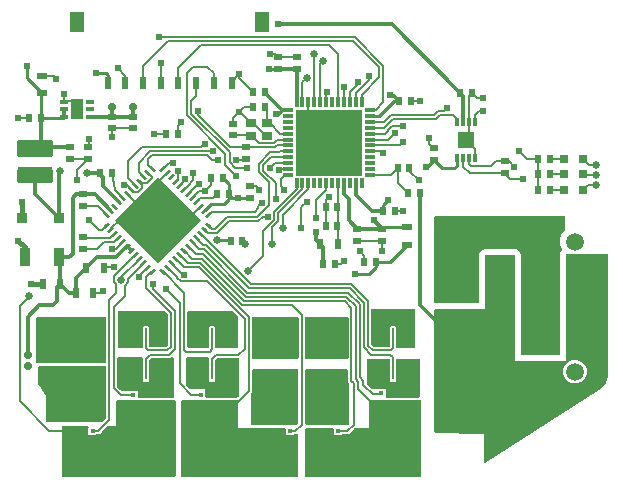
<source format=gbr>
G04 EAGLE Gerber RS-274X export*
G75*
%MOMM*%
%FSLAX34Y34*%
%LPD*%
%INTop Copper*%
%IPPOS*%
%AMOC8*
5,1,8,0,0,1.08239X$1,22.5*%
G01*
%ADD10R,5.150000X5.150000*%
%ADD11R,0.600000X0.240000*%
%ADD12R,0.600000X0.700000*%
%ADD13R,0.400000X0.400000*%
%ADD14R,1.000000X1.000000*%
%ADD15R,0.812800X0.304800*%
%ADD16R,0.304800X0.812800*%
%ADD17R,5.689600X5.689600*%
%ADD18R,0.600000X0.900000*%
%ADD19R,0.700000X0.600000*%
%ADD20C,2.250000*%
%ADD21R,3.000000X1.250000*%
%ADD22R,0.900000X0.600000*%
%ADD23R,0.900000X0.950000*%
%ADD24C,1.500000*%
%ADD25C,2.550000*%
%ADD26R,1.600000X0.900000*%
%ADD27R,0.900000X1.600000*%
%ADD28R,1.460000X1.360000*%
%ADD29R,0.300000X0.750000*%
%ADD30R,0.200000X1.600000*%
%ADD31R,1.050000X1.600000*%
%ADD32R,0.850000X0.750000*%
%ADD33R,1.000000X1.800000*%
%ADD34R,0.800000X0.400000*%
%ADD35R,0.600000X1.000000*%
%ADD36R,1.250000X1.800000*%
%ADD37R,0.800000X0.800000*%
%ADD38C,0.300000*%
%ADD39C,0.704800*%
%ADD40C,0.604800*%
%ADD41C,0.250000*%
%ADD42C,0.654800*%
%ADD43C,0.200000*%
%ADD44C,0.350000*%
%ADD45C,0.400000*%

G36*
X403030Y14152D02*
X403030Y14152D01*
X403039Y14151D01*
X403151Y14175D01*
X403262Y14197D01*
X403272Y14202D01*
X403280Y14203D01*
X403301Y14216D01*
X403412Y14272D01*
X499454Y76178D01*
X499455Y76178D01*
X499481Y76195D01*
X499498Y76210D01*
X499533Y76231D01*
X501737Y77927D01*
X501745Y77936D01*
X501755Y77941D01*
X501872Y78061D01*
X505295Y82421D01*
X505316Y82459D01*
X505344Y82491D01*
X505408Y82627D01*
X505414Y82637D01*
X505414Y82639D01*
X505416Y82643D01*
X507226Y87882D01*
X507228Y87893D01*
X507233Y87903D01*
X507266Y88068D01*
X507497Y90840D01*
X507495Y90863D01*
X507499Y90903D01*
X507499Y191000D01*
X507496Y191020D01*
X507498Y191039D01*
X507476Y191141D01*
X507460Y191243D01*
X507450Y191260D01*
X507446Y191280D01*
X507393Y191369D01*
X507344Y191460D01*
X507330Y191474D01*
X507320Y191491D01*
X507241Y191558D01*
X507166Y191630D01*
X507148Y191638D01*
X507133Y191651D01*
X507037Y191690D01*
X506943Y191733D01*
X506923Y191735D01*
X506905Y191743D01*
X506738Y191761D01*
X472000Y191761D01*
X471980Y191758D01*
X471961Y191760D01*
X471859Y191738D01*
X471757Y191722D01*
X471740Y191712D01*
X471720Y191708D01*
X471631Y191655D01*
X471540Y191606D01*
X471526Y191592D01*
X471509Y191582D01*
X471442Y191503D01*
X471371Y191428D01*
X471362Y191410D01*
X471349Y191395D01*
X471310Y191299D01*
X471267Y191205D01*
X471265Y191185D01*
X471257Y191167D01*
X471239Y191000D01*
X471239Y100761D01*
X428761Y100761D01*
X428761Y190000D01*
X428758Y190019D01*
X428760Y190038D01*
X428760Y190039D01*
X428738Y190141D01*
X428722Y190243D01*
X428712Y190260D01*
X428708Y190280D01*
X428655Y190369D01*
X428606Y190460D01*
X428592Y190474D01*
X428582Y190491D01*
X428503Y190558D01*
X428428Y190630D01*
X428410Y190638D01*
X428395Y190651D01*
X428299Y190690D01*
X428205Y190733D01*
X428185Y190735D01*
X428167Y190743D01*
X428000Y190761D01*
X404000Y190761D01*
X403980Y190758D01*
X403961Y190760D01*
X403859Y190738D01*
X403757Y190722D01*
X403740Y190712D01*
X403720Y190708D01*
X403631Y190655D01*
X403540Y190606D01*
X403526Y190592D01*
X403509Y190582D01*
X403442Y190503D01*
X403371Y190428D01*
X403362Y190410D01*
X403349Y190395D01*
X403310Y190299D01*
X403267Y190205D01*
X403265Y190185D01*
X403257Y190167D01*
X403239Y190000D01*
X403239Y144761D01*
X361000Y144761D01*
X360980Y144758D01*
X360961Y144760D01*
X360859Y144738D01*
X360757Y144722D01*
X360740Y144712D01*
X360720Y144708D01*
X360631Y144655D01*
X360540Y144606D01*
X360526Y144592D01*
X360509Y144582D01*
X360442Y144503D01*
X360371Y144428D01*
X360362Y144410D01*
X360349Y144395D01*
X360310Y144299D01*
X360267Y144205D01*
X360265Y144185D01*
X360257Y144167D01*
X360239Y144000D01*
X360239Y41000D01*
X360241Y40989D01*
X360239Y40979D01*
X360260Y40869D01*
X360279Y40757D01*
X360284Y40748D01*
X360286Y40737D01*
X360341Y40639D01*
X360394Y40540D01*
X360401Y40533D01*
X360407Y40523D01*
X360491Y40448D01*
X360572Y40371D01*
X360582Y40366D01*
X360590Y40359D01*
X360693Y40314D01*
X360795Y40267D01*
X360806Y40266D01*
X360816Y40261D01*
X360982Y40239D01*
X402239Y39257D01*
X402239Y14911D01*
X402257Y14800D01*
X402273Y14687D01*
X402277Y14678D01*
X402279Y14669D01*
X402332Y14568D01*
X402382Y14466D01*
X402389Y14460D01*
X402394Y14451D01*
X402476Y14373D01*
X402557Y14293D01*
X402565Y14288D01*
X402572Y14282D01*
X402675Y14234D01*
X402777Y14184D01*
X402786Y14182D01*
X402795Y14178D01*
X402908Y14166D01*
X403021Y14150D01*
X403030Y14152D01*
G37*
G36*
X465496Y105766D02*
X465496Y105766D01*
X465515Y105764D01*
X465617Y105786D01*
X465719Y105802D01*
X465736Y105812D01*
X465756Y105816D01*
X465845Y105869D01*
X465936Y105918D01*
X465950Y105932D01*
X465967Y105942D01*
X466034Y106021D01*
X466106Y106096D01*
X466114Y106114D01*
X466127Y106129D01*
X466166Y106225D01*
X466209Y106319D01*
X466211Y106339D01*
X466219Y106357D01*
X466237Y106524D01*
X466237Y192146D01*
X467115Y194264D01*
X467857Y195007D01*
X467925Y195101D01*
X467995Y195196D01*
X467997Y195202D01*
X468001Y195207D01*
X468035Y195318D01*
X468071Y195430D01*
X468071Y195436D01*
X468073Y195442D01*
X468070Y195559D01*
X468069Y195675D01*
X468067Y195683D01*
X468067Y195688D01*
X468060Y195705D01*
X468022Y195837D01*
X466499Y199513D01*
X466499Y204487D01*
X468402Y209081D01*
X470538Y211217D01*
X470591Y211291D01*
X470651Y211360D01*
X470663Y211391D01*
X470682Y211417D01*
X470709Y211504D01*
X470743Y211589D01*
X470747Y211630D01*
X470754Y211652D01*
X470753Y211684D01*
X470761Y211755D01*
X470761Y223000D01*
X470758Y223018D01*
X470760Y223035D01*
X470760Y223036D01*
X470760Y223039D01*
X470738Y223141D01*
X470722Y223243D01*
X470712Y223260D01*
X470708Y223280D01*
X470655Y223369D01*
X470606Y223460D01*
X470592Y223474D01*
X470582Y223491D01*
X470503Y223558D01*
X470428Y223630D01*
X470410Y223638D01*
X470395Y223651D01*
X470299Y223690D01*
X470205Y223733D01*
X470185Y223735D01*
X470167Y223743D01*
X470000Y223761D01*
X361000Y223761D01*
X360980Y223758D01*
X360961Y223760D01*
X360859Y223738D01*
X360757Y223722D01*
X360740Y223712D01*
X360720Y223708D01*
X360631Y223655D01*
X360540Y223606D01*
X360526Y223592D01*
X360509Y223582D01*
X360442Y223503D01*
X360371Y223428D01*
X360362Y223410D01*
X360349Y223395D01*
X360310Y223299D01*
X360267Y223205D01*
X360265Y223185D01*
X360257Y223167D01*
X360239Y223000D01*
X360239Y150524D01*
X360242Y150504D01*
X360240Y150485D01*
X360262Y150383D01*
X360279Y150281D01*
X360288Y150264D01*
X360292Y150244D01*
X360345Y150155D01*
X360394Y150064D01*
X360408Y150050D01*
X360418Y150033D01*
X360497Y149966D01*
X360572Y149894D01*
X360590Y149886D01*
X360605Y149873D01*
X360701Y149834D01*
X360795Y149791D01*
X360815Y149789D01*
X360833Y149781D01*
X361000Y149763D01*
X397476Y149763D01*
X397496Y149766D01*
X397515Y149764D01*
X397617Y149786D01*
X397719Y149802D01*
X397736Y149812D01*
X397756Y149816D01*
X397845Y149869D01*
X397936Y149918D01*
X397950Y149932D01*
X397967Y149942D01*
X398034Y150021D01*
X398106Y150096D01*
X398114Y150114D01*
X398127Y150129D01*
X398166Y150225D01*
X398209Y150319D01*
X398211Y150339D01*
X398219Y150357D01*
X398237Y150524D01*
X398237Y191146D01*
X399115Y193264D01*
X400736Y194885D01*
X402854Y195763D01*
X429146Y195763D01*
X431264Y194885D01*
X432885Y193264D01*
X433763Y191146D01*
X433763Y106524D01*
X433766Y106504D01*
X433764Y106485D01*
X433786Y106383D01*
X433802Y106281D01*
X433812Y106264D01*
X433816Y106244D01*
X433869Y106155D01*
X433918Y106064D01*
X433932Y106050D01*
X433942Y106033D01*
X434021Y105966D01*
X434096Y105894D01*
X434114Y105886D01*
X434129Y105873D01*
X434225Y105834D01*
X434319Y105791D01*
X434339Y105789D01*
X434357Y105781D01*
X434524Y105763D01*
X465476Y105763D01*
X465496Y105766D01*
G37*
G36*
X244064Y2510D02*
X244064Y2510D01*
X244128Y2509D01*
X244203Y2530D01*
X244279Y2541D01*
X244338Y2567D01*
X244400Y2584D01*
X244466Y2625D01*
X244536Y2657D01*
X244585Y2699D01*
X244640Y2732D01*
X244692Y2790D01*
X244750Y2840D01*
X244786Y2894D01*
X244829Y2942D01*
X244862Y3011D01*
X244905Y3076D01*
X244924Y3138D01*
X244952Y3195D01*
X244963Y3265D01*
X244987Y3346D01*
X244988Y3431D01*
X244999Y3500D01*
X244999Y38016D01*
X244995Y38048D01*
X244997Y38080D01*
X244975Y38187D01*
X244959Y38296D01*
X244946Y38325D01*
X244940Y38356D01*
X244888Y38453D01*
X244843Y38552D01*
X244822Y38577D01*
X244807Y38605D01*
X244731Y38684D01*
X244660Y38767D01*
X244633Y38784D01*
X244610Y38808D01*
X244515Y38861D01*
X244424Y38921D01*
X244393Y38931D01*
X244365Y38947D01*
X244258Y38972D01*
X244154Y39004D01*
X244122Y39004D01*
X244091Y39011D01*
X243981Y39006D01*
X243872Y39007D01*
X243841Y38999D01*
X243809Y38997D01*
X243746Y38975D01*
X241795Y38975D01*
X241701Y38962D01*
X241604Y38957D01*
X241561Y38942D01*
X241516Y38935D01*
X241429Y38896D01*
X241338Y38864D01*
X241303Y38839D01*
X241259Y38819D01*
X241162Y38736D01*
X241089Y38683D01*
X240382Y37975D01*
X235118Y37975D01*
X234225Y38868D01*
X234225Y43000D01*
X234216Y43064D01*
X234217Y43128D01*
X234196Y43203D01*
X234185Y43279D01*
X234159Y43338D01*
X234142Y43400D01*
X234101Y43466D01*
X234069Y43536D01*
X234027Y43585D01*
X233994Y43640D01*
X233936Y43692D01*
X233886Y43750D01*
X233832Y43786D01*
X233784Y43829D01*
X233715Y43862D01*
X233650Y43905D01*
X233588Y43924D01*
X233531Y43952D01*
X233461Y43963D01*
X233380Y43987D01*
X233295Y43988D01*
X233226Y43999D01*
X193999Y43999D01*
X193999Y67000D01*
X193990Y67064D01*
X193991Y67128D01*
X193970Y67203D01*
X193959Y67279D01*
X193933Y67338D01*
X193916Y67400D01*
X193875Y67466D01*
X193843Y67536D01*
X193801Y67585D01*
X193768Y67640D01*
X193710Y67692D01*
X193660Y67750D01*
X193606Y67786D01*
X193558Y67829D01*
X193489Y67862D01*
X193424Y67905D01*
X193362Y67924D01*
X193305Y67952D01*
X193235Y67963D01*
X193154Y67987D01*
X193069Y67988D01*
X193000Y67999D01*
X147000Y67999D01*
X146936Y67990D01*
X146872Y67991D01*
X146797Y67970D01*
X146721Y67959D01*
X146662Y67933D01*
X146600Y67916D01*
X146534Y67875D01*
X146464Y67843D01*
X146415Y67801D01*
X146360Y67768D01*
X146308Y67710D01*
X146250Y67660D01*
X146214Y67606D01*
X146171Y67558D01*
X146138Y67489D01*
X146095Y67424D01*
X146076Y67362D01*
X146048Y67305D01*
X146037Y67235D01*
X146013Y67154D01*
X146012Y67069D01*
X146001Y67000D01*
X146001Y3500D01*
X146010Y3436D01*
X146009Y3372D01*
X146030Y3297D01*
X146041Y3221D01*
X146067Y3162D01*
X146084Y3100D01*
X146125Y3034D01*
X146157Y2964D01*
X146199Y2915D01*
X146232Y2860D01*
X146290Y2808D01*
X146340Y2750D01*
X146394Y2714D01*
X146442Y2671D01*
X146511Y2638D01*
X146576Y2595D01*
X146638Y2576D01*
X146695Y2548D01*
X146765Y2537D01*
X146846Y2513D01*
X146931Y2512D01*
X147000Y2501D01*
X244000Y2501D01*
X244064Y2510D01*
G37*
G36*
X140064Y2510D02*
X140064Y2510D01*
X140128Y2509D01*
X140203Y2530D01*
X140279Y2541D01*
X140338Y2567D01*
X140400Y2584D01*
X140466Y2625D01*
X140536Y2657D01*
X140585Y2699D01*
X140640Y2732D01*
X140692Y2790D01*
X140750Y2840D01*
X140786Y2894D01*
X140829Y2942D01*
X140862Y3011D01*
X140905Y3076D01*
X140924Y3138D01*
X140952Y3195D01*
X140963Y3265D01*
X140987Y3346D01*
X140988Y3431D01*
X140999Y3500D01*
X140999Y67000D01*
X140990Y67064D01*
X140991Y67128D01*
X140970Y67203D01*
X140959Y67279D01*
X140933Y67338D01*
X140916Y67400D01*
X140875Y67466D01*
X140843Y67536D01*
X140801Y67585D01*
X140768Y67640D01*
X140710Y67692D01*
X140660Y67750D01*
X140606Y67786D01*
X140558Y67829D01*
X140489Y67862D01*
X140424Y67905D01*
X140362Y67924D01*
X140305Y67952D01*
X140235Y67963D01*
X140154Y67987D01*
X140069Y67988D01*
X140000Y67999D01*
X92000Y67999D01*
X91936Y67990D01*
X91872Y67991D01*
X91797Y67970D01*
X91721Y67959D01*
X91662Y67933D01*
X91600Y67916D01*
X91534Y67875D01*
X91464Y67843D01*
X91415Y67801D01*
X91360Y67768D01*
X91308Y67710D01*
X91250Y67660D01*
X91214Y67606D01*
X91171Y67558D01*
X91138Y67489D01*
X91095Y67424D01*
X91076Y67362D01*
X91048Y67305D01*
X91037Y67235D01*
X91013Y67154D01*
X91012Y67069D01*
X91001Y67000D01*
X91001Y45999D01*
X83984Y45999D01*
X83889Y45986D01*
X83793Y45981D01*
X83749Y45966D01*
X83704Y45959D01*
X83617Y45920D01*
X83526Y45888D01*
X83492Y45863D01*
X83448Y45843D01*
X83350Y45760D01*
X83277Y45707D01*
X78567Y40997D01*
X76796Y39225D01*
X74795Y39225D01*
X74700Y39212D01*
X74604Y39207D01*
X74561Y39192D01*
X74516Y39185D01*
X74429Y39146D01*
X74338Y39114D01*
X74303Y39089D01*
X74259Y39069D01*
X74162Y38986D01*
X74089Y38933D01*
X73382Y38225D01*
X68118Y38225D01*
X67225Y39118D01*
X67225Y44408D01*
X67241Y44432D01*
X67306Y44519D01*
X67318Y44549D01*
X67335Y44576D01*
X67367Y44681D01*
X67406Y44783D01*
X67408Y44815D01*
X67418Y44846D01*
X67419Y44955D01*
X67428Y45064D01*
X67421Y45096D01*
X67422Y45128D01*
X67392Y45233D01*
X67370Y45340D01*
X67355Y45369D01*
X67346Y45400D01*
X67289Y45493D01*
X67238Y45589D01*
X67215Y45612D01*
X67198Y45640D01*
X67117Y45713D01*
X67041Y45791D01*
X67013Y45807D01*
X66989Y45829D01*
X66891Y45876D01*
X66796Y45930D01*
X66764Y45938D01*
X66735Y45952D01*
X66646Y45966D01*
X66521Y45995D01*
X66473Y45993D01*
X66431Y45999D01*
X46000Y45999D01*
X45936Y45990D01*
X45872Y45991D01*
X45797Y45970D01*
X45721Y45959D01*
X45662Y45933D01*
X45600Y45916D01*
X45534Y45875D01*
X45464Y45843D01*
X45415Y45801D01*
X45360Y45768D01*
X45308Y45710D01*
X45250Y45660D01*
X45214Y45606D01*
X45171Y45558D01*
X45138Y45489D01*
X45095Y45424D01*
X45076Y45362D01*
X45048Y45305D01*
X45037Y45235D01*
X45013Y45154D01*
X45012Y45069D01*
X45001Y45000D01*
X45001Y3500D01*
X45010Y3436D01*
X45009Y3372D01*
X45030Y3297D01*
X45041Y3221D01*
X45067Y3162D01*
X45084Y3100D01*
X45125Y3034D01*
X45157Y2964D01*
X45199Y2915D01*
X45232Y2860D01*
X45290Y2808D01*
X45340Y2750D01*
X45394Y2714D01*
X45442Y2671D01*
X45511Y2638D01*
X45576Y2595D01*
X45638Y2576D01*
X45695Y2548D01*
X45765Y2537D01*
X45846Y2513D01*
X45931Y2512D01*
X46000Y2501D01*
X140000Y2501D01*
X140064Y2510D01*
G37*
G36*
X348064Y2510D02*
X348064Y2510D01*
X348128Y2509D01*
X348203Y2530D01*
X348279Y2541D01*
X348338Y2567D01*
X348400Y2584D01*
X348466Y2625D01*
X348536Y2657D01*
X348585Y2699D01*
X348640Y2732D01*
X348692Y2790D01*
X348750Y2840D01*
X348786Y2894D01*
X348829Y2942D01*
X348862Y3011D01*
X348905Y3076D01*
X348924Y3138D01*
X348952Y3195D01*
X348963Y3265D01*
X348987Y3346D01*
X348988Y3431D01*
X348999Y3500D01*
X348999Y67000D01*
X348990Y67064D01*
X348991Y67128D01*
X348970Y67203D01*
X348959Y67279D01*
X348933Y67338D01*
X348916Y67400D01*
X348875Y67466D01*
X348843Y67536D01*
X348801Y67585D01*
X348768Y67640D01*
X348710Y67692D01*
X348660Y67750D01*
X348606Y67786D01*
X348558Y67829D01*
X348489Y67862D01*
X348424Y67905D01*
X348362Y67924D01*
X348305Y67952D01*
X348235Y67963D01*
X348154Y67987D01*
X348069Y67988D01*
X348000Y67999D01*
X306000Y67999D01*
X305936Y67990D01*
X305872Y67991D01*
X305797Y67970D01*
X305721Y67959D01*
X305662Y67933D01*
X305600Y67916D01*
X305534Y67875D01*
X305464Y67843D01*
X305415Y67801D01*
X305360Y67768D01*
X305308Y67710D01*
X305250Y67660D01*
X305214Y67606D01*
X305171Y67558D01*
X305138Y67489D01*
X305095Y67424D01*
X305076Y67362D01*
X305048Y67305D01*
X305037Y67235D01*
X305013Y67154D01*
X305012Y67069D01*
X305001Y67000D01*
X305001Y43999D01*
X292984Y43999D01*
X292889Y43986D01*
X292793Y43981D01*
X292749Y43966D01*
X292704Y43959D01*
X292617Y43920D01*
X292526Y43888D01*
X292492Y43863D01*
X292448Y43843D01*
X292350Y43760D01*
X292277Y43707D01*
X289317Y40747D01*
X287546Y38975D01*
X282795Y38975D01*
X282701Y38962D01*
X282604Y38957D01*
X282561Y38942D01*
X282516Y38935D01*
X282429Y38896D01*
X282338Y38864D01*
X282303Y38839D01*
X282259Y38819D01*
X282162Y38736D01*
X282089Y38683D01*
X281382Y37975D01*
X276118Y37975D01*
X275225Y38868D01*
X275225Y43000D01*
X275216Y43064D01*
X275217Y43128D01*
X275196Y43203D01*
X275185Y43279D01*
X275159Y43338D01*
X275142Y43400D01*
X275101Y43466D01*
X275069Y43536D01*
X275027Y43585D01*
X274994Y43640D01*
X274936Y43692D01*
X274886Y43750D01*
X274832Y43786D01*
X274784Y43829D01*
X274715Y43862D01*
X274650Y43905D01*
X274588Y43924D01*
X274531Y43952D01*
X274461Y43963D01*
X274380Y43987D01*
X274295Y43988D01*
X274226Y43999D01*
X252000Y43999D01*
X251936Y43990D01*
X251872Y43991D01*
X251797Y43970D01*
X251721Y43959D01*
X251662Y43933D01*
X251600Y43916D01*
X251534Y43875D01*
X251464Y43843D01*
X251415Y43801D01*
X251360Y43768D01*
X251308Y43710D01*
X251250Y43660D01*
X251214Y43606D01*
X251171Y43558D01*
X251138Y43489D01*
X251095Y43424D01*
X251076Y43362D01*
X251048Y43305D01*
X251037Y43235D01*
X251013Y43154D01*
X251012Y43069D01*
X251001Y43000D01*
X251001Y3500D01*
X251010Y3436D01*
X251009Y3372D01*
X251030Y3297D01*
X251041Y3221D01*
X251067Y3162D01*
X251084Y3100D01*
X251125Y3034D01*
X251157Y2964D01*
X251199Y2915D01*
X251232Y2860D01*
X251290Y2808D01*
X251340Y2750D01*
X251394Y2714D01*
X251442Y2671D01*
X251511Y2638D01*
X251576Y2595D01*
X251638Y2576D01*
X251695Y2548D01*
X251765Y2537D01*
X251846Y2513D01*
X251931Y2512D01*
X252000Y2501D01*
X348000Y2501D01*
X348064Y2510D01*
G37*
G36*
X78393Y49014D02*
X78393Y49014D01*
X78489Y49019D01*
X78532Y49034D01*
X78577Y49041D01*
X78665Y49080D01*
X78756Y49112D01*
X78790Y49137D01*
X78834Y49157D01*
X78931Y49240D01*
X79004Y49293D01*
X81627Y51916D01*
X81684Y51992D01*
X81749Y52064D01*
X81769Y52105D01*
X81796Y52141D01*
X81830Y52231D01*
X81872Y52318D01*
X81878Y52360D01*
X81895Y52405D01*
X81905Y52533D01*
X81919Y52622D01*
X81919Y96000D01*
X81911Y96061D01*
X81911Y96093D01*
X81911Y96095D01*
X81911Y96128D01*
X81890Y96203D01*
X81879Y96279D01*
X81853Y96338D01*
X81836Y96400D01*
X81795Y96466D01*
X81763Y96536D01*
X81721Y96585D01*
X81688Y96640D01*
X81630Y96692D01*
X81580Y96750D01*
X81526Y96786D01*
X81478Y96829D01*
X81409Y96862D01*
X81344Y96905D01*
X81282Y96924D01*
X81225Y96952D01*
X81155Y96963D01*
X81074Y96987D01*
X80989Y96988D01*
X80920Y96999D01*
X26000Y96999D01*
X25936Y96990D01*
X25872Y96991D01*
X25797Y96970D01*
X25721Y96959D01*
X25662Y96933D01*
X25600Y96916D01*
X25534Y96875D01*
X25464Y96843D01*
X25415Y96801D01*
X25360Y96768D01*
X25308Y96710D01*
X25250Y96660D01*
X25214Y96606D01*
X25171Y96558D01*
X25138Y96489D01*
X25095Y96424D01*
X25076Y96362D01*
X25048Y96305D01*
X25037Y96235D01*
X25013Y96154D01*
X25012Y96069D01*
X25001Y96000D01*
X25001Y81000D01*
X25020Y80865D01*
X25039Y80726D01*
X25040Y80723D01*
X25041Y80721D01*
X25090Y80611D01*
X25100Y80577D01*
X25122Y80541D01*
X25157Y80464D01*
X25164Y80455D01*
X25169Y80446D01*
X31001Y71697D01*
X31001Y50000D01*
X31010Y49936D01*
X31009Y49872D01*
X31030Y49797D01*
X31041Y49721D01*
X31067Y49662D01*
X31084Y49600D01*
X31125Y49534D01*
X31157Y49464D01*
X31199Y49415D01*
X31232Y49360D01*
X31290Y49308D01*
X31340Y49250D01*
X31394Y49214D01*
X31442Y49171D01*
X31511Y49138D01*
X31576Y49095D01*
X31638Y49076D01*
X31695Y49048D01*
X31765Y49037D01*
X31846Y49013D01*
X31931Y49012D01*
X32000Y49001D01*
X78298Y49001D01*
X78393Y49014D01*
G37*
G36*
X24393Y99014D02*
X24393Y99014D01*
X24489Y99019D01*
X24528Y99033D01*
X81428Y99033D01*
X81492Y99042D01*
X81556Y99041D01*
X81631Y99062D01*
X81707Y99073D01*
X81766Y99099D01*
X81828Y99116D01*
X81894Y99157D01*
X81964Y99189D01*
X82013Y99231D01*
X82068Y99264D01*
X82120Y99322D01*
X82178Y99372D01*
X82214Y99426D01*
X82257Y99474D01*
X82290Y99543D01*
X82333Y99608D01*
X82352Y99670D01*
X82380Y99727D01*
X82391Y99797D01*
X82415Y99878D01*
X82416Y99963D01*
X82427Y100032D01*
X82427Y137000D01*
X82419Y137061D01*
X82419Y137100D01*
X82419Y137101D01*
X82419Y137128D01*
X82398Y137203D01*
X82387Y137279D01*
X82361Y137338D01*
X82344Y137400D01*
X82303Y137466D01*
X82271Y137536D01*
X82229Y137585D01*
X82196Y137640D01*
X82138Y137692D01*
X82088Y137750D01*
X82034Y137786D01*
X81986Y137829D01*
X81917Y137862D01*
X81852Y137905D01*
X81790Y137924D01*
X81733Y137952D01*
X81663Y137963D01*
X81582Y137987D01*
X81497Y137988D01*
X81428Y137999D01*
X24000Y137999D01*
X23936Y137990D01*
X23872Y137991D01*
X23797Y137970D01*
X23721Y137959D01*
X23662Y137933D01*
X23600Y137916D01*
X23534Y137875D01*
X23464Y137843D01*
X23415Y137801D01*
X23360Y137768D01*
X23308Y137710D01*
X23250Y137660D01*
X23214Y137606D01*
X23171Y137558D01*
X23138Y137489D01*
X23095Y137424D01*
X23076Y137362D01*
X23048Y137305D01*
X23037Y137235D01*
X23013Y137154D01*
X23012Y137069D01*
X23001Y137000D01*
X23001Y100000D01*
X23010Y99936D01*
X23009Y99872D01*
X23030Y99797D01*
X23041Y99721D01*
X23067Y99662D01*
X23084Y99600D01*
X23125Y99534D01*
X23157Y99464D01*
X23199Y99415D01*
X23232Y99360D01*
X23290Y99308D01*
X23340Y99250D01*
X23394Y99214D01*
X23442Y99171D01*
X23511Y99138D01*
X23576Y99095D01*
X23638Y99076D01*
X23695Y99048D01*
X23765Y99037D01*
X23846Y99013D01*
X23931Y99012D01*
X24000Y99001D01*
X24298Y99001D01*
X24393Y99014D01*
G37*
G36*
X243393Y47014D02*
X243393Y47014D01*
X243489Y47019D01*
X243532Y47034D01*
X243577Y47041D01*
X243665Y47080D01*
X243756Y47112D01*
X243790Y47137D01*
X243834Y47157D01*
X243931Y47240D01*
X244004Y47293D01*
X244675Y47964D01*
X244732Y48040D01*
X244797Y48112D01*
X244817Y48153D01*
X244844Y48189D01*
X244878Y48279D01*
X244920Y48366D01*
X244926Y48408D01*
X244943Y48453D01*
X244953Y48581D01*
X244967Y48670D01*
X244967Y93000D01*
X244959Y93061D01*
X244959Y93094D01*
X244959Y93096D01*
X244959Y93128D01*
X244938Y93203D01*
X244927Y93279D01*
X244901Y93338D01*
X244884Y93400D01*
X244843Y93466D01*
X244811Y93536D01*
X244769Y93585D01*
X244736Y93640D01*
X244678Y93692D01*
X244628Y93750D01*
X244574Y93786D01*
X244526Y93829D01*
X244457Y93862D01*
X244392Y93905D01*
X244330Y93924D01*
X244273Y93952D01*
X244203Y93963D01*
X244122Y93987D01*
X244037Y93988D01*
X243968Y93999D01*
X207032Y93999D01*
X206968Y93990D01*
X206904Y93991D01*
X206829Y93970D01*
X206753Y93959D01*
X206694Y93933D01*
X206632Y93916D01*
X206566Y93875D01*
X206496Y93843D01*
X206447Y93801D01*
X206392Y93768D01*
X206340Y93710D01*
X206282Y93660D01*
X206246Y93606D01*
X206203Y93558D01*
X206170Y93489D01*
X206127Y93424D01*
X206108Y93362D01*
X206080Y93305D01*
X206069Y93235D01*
X206045Y93154D01*
X206044Y93069D01*
X206033Y93000D01*
X206033Y74744D01*
X205293Y74004D01*
X205236Y73928D01*
X205171Y73856D01*
X205151Y73815D01*
X205124Y73779D01*
X205090Y73689D01*
X205048Y73603D01*
X205042Y73560D01*
X205025Y73515D01*
X205015Y73387D01*
X205001Y73298D01*
X205001Y48000D01*
X205010Y47936D01*
X205009Y47872D01*
X205030Y47797D01*
X205041Y47721D01*
X205067Y47662D01*
X205084Y47600D01*
X205125Y47534D01*
X205157Y47464D01*
X205199Y47415D01*
X205232Y47360D01*
X205290Y47308D01*
X205340Y47250D01*
X205394Y47214D01*
X205442Y47171D01*
X205511Y47138D01*
X205576Y47095D01*
X205638Y47076D01*
X205695Y47048D01*
X205765Y47037D01*
X205846Y47013D01*
X205931Y47012D01*
X206000Y47001D01*
X243298Y47001D01*
X243393Y47014D01*
G37*
G36*
X287064Y47010D02*
X287064Y47010D01*
X287128Y47009D01*
X287203Y47030D01*
X287279Y47041D01*
X287338Y47067D01*
X287400Y47084D01*
X287466Y47125D01*
X287536Y47157D01*
X287585Y47199D01*
X287640Y47232D01*
X287692Y47290D01*
X287750Y47340D01*
X287786Y47394D01*
X287829Y47442D01*
X287862Y47511D01*
X287905Y47576D01*
X287924Y47638D01*
X287952Y47695D01*
X287963Y47765D01*
X287987Y47846D01*
X287988Y47931D01*
X287999Y48000D01*
X287999Y81298D01*
X287986Y81393D01*
X287981Y81489D01*
X287966Y81532D01*
X287959Y81577D01*
X287920Y81665D01*
X287888Y81756D01*
X287863Y81790D01*
X287843Y81834D01*
X287760Y81931D01*
X287707Y82005D01*
X286967Y82744D01*
X286967Y93000D01*
X286959Y93061D01*
X286959Y93094D01*
X286959Y93096D01*
X286959Y93128D01*
X286938Y93203D01*
X286927Y93279D01*
X286901Y93338D01*
X286884Y93400D01*
X286843Y93466D01*
X286811Y93536D01*
X286769Y93585D01*
X286736Y93640D01*
X286678Y93692D01*
X286628Y93750D01*
X286574Y93786D01*
X286526Y93829D01*
X286457Y93862D01*
X286392Y93905D01*
X286330Y93924D01*
X286273Y93952D01*
X286203Y93963D01*
X286122Y93987D01*
X286037Y93988D01*
X285968Y93999D01*
X252032Y93999D01*
X251968Y93990D01*
X251904Y93991D01*
X251829Y93970D01*
X251753Y93959D01*
X251694Y93933D01*
X251632Y93916D01*
X251566Y93875D01*
X251496Y93843D01*
X251447Y93801D01*
X251392Y93768D01*
X251340Y93710D01*
X251282Y93660D01*
X251246Y93606D01*
X251203Y93558D01*
X251170Y93489D01*
X251127Y93424D01*
X251108Y93362D01*
X251080Y93305D01*
X251069Y93235D01*
X251045Y93154D01*
X251044Y93069D01*
X251033Y93000D01*
X251033Y48000D01*
X251042Y47936D01*
X251041Y47872D01*
X251062Y47797D01*
X251073Y47721D01*
X251099Y47662D01*
X251116Y47600D01*
X251157Y47534D01*
X251189Y47464D01*
X251231Y47415D01*
X251264Y47360D01*
X251322Y47308D01*
X251372Y47250D01*
X251426Y47214D01*
X251474Y47171D01*
X251543Y47138D01*
X251608Y47095D01*
X251670Y47076D01*
X251727Y47048D01*
X251797Y47037D01*
X251878Y47013D01*
X251963Y47012D01*
X252032Y47001D01*
X287000Y47001D01*
X287064Y47010D01*
G37*
G36*
X139064Y70010D02*
X139064Y70010D01*
X139128Y70009D01*
X139203Y70030D01*
X139279Y70041D01*
X139338Y70067D01*
X139400Y70084D01*
X139466Y70125D01*
X139536Y70157D01*
X139585Y70199D01*
X139640Y70232D01*
X139692Y70290D01*
X139750Y70340D01*
X139786Y70394D01*
X139829Y70442D01*
X139862Y70511D01*
X139905Y70576D01*
X139924Y70638D01*
X139952Y70695D01*
X139963Y70765D01*
X139987Y70846D01*
X139988Y70931D01*
X139999Y71000D01*
X139999Y103000D01*
X139990Y103062D01*
X139991Y103104D01*
X139991Y103105D01*
X139991Y103128D01*
X139970Y103203D01*
X139959Y103279D01*
X139933Y103338D01*
X139916Y103400D01*
X139875Y103466D01*
X139843Y103536D01*
X139801Y103585D01*
X139768Y103640D01*
X139710Y103692D01*
X139660Y103750D01*
X139606Y103786D01*
X139558Y103829D01*
X139489Y103862D01*
X139424Y103905D01*
X139362Y103924D01*
X139305Y103952D01*
X139235Y103963D01*
X139154Y103987D01*
X139069Y103988D01*
X139000Y103999D01*
X136967Y103999D01*
X136872Y103986D01*
X136776Y103981D01*
X136733Y103966D01*
X136688Y103959D01*
X136670Y103951D01*
X120936Y103951D01*
X120841Y103938D01*
X120745Y103933D01*
X120701Y103918D01*
X120656Y103911D01*
X120569Y103872D01*
X120478Y103840D01*
X120444Y103815D01*
X120400Y103795D01*
X120302Y103712D01*
X120229Y103659D01*
X118817Y102247D01*
X118760Y102170D01*
X118695Y102099D01*
X118675Y102058D01*
X118648Y102021D01*
X118614Y101931D01*
X118572Y101845D01*
X118566Y101803D01*
X118549Y101757D01*
X118539Y101630D01*
X118525Y101540D01*
X118525Y84368D01*
X117632Y83475D01*
X114368Y83475D01*
X113475Y84368D01*
X113475Y103000D01*
X113466Y103062D01*
X113467Y103104D01*
X113467Y103105D01*
X113467Y103128D01*
X113446Y103203D01*
X113435Y103279D01*
X113409Y103338D01*
X113392Y103400D01*
X113351Y103466D01*
X113319Y103536D01*
X113277Y103585D01*
X113244Y103640D01*
X113186Y103692D01*
X113136Y103750D01*
X113082Y103786D01*
X113034Y103829D01*
X112965Y103862D01*
X112900Y103905D01*
X112838Y103924D01*
X112781Y103952D01*
X112711Y103963D01*
X112630Y103987D01*
X112545Y103988D01*
X112476Y103999D01*
X92524Y103999D01*
X92460Y103990D01*
X92396Y103991D01*
X92321Y103970D01*
X92245Y103959D01*
X92186Y103933D01*
X92124Y103916D01*
X92058Y103875D01*
X91988Y103843D01*
X91939Y103801D01*
X91884Y103768D01*
X91832Y103710D01*
X91774Y103660D01*
X91738Y103606D01*
X91695Y103558D01*
X91662Y103489D01*
X91619Y103424D01*
X91600Y103362D01*
X91572Y103305D01*
X91561Y103235D01*
X91537Y103154D01*
X91536Y103069D01*
X91525Y103000D01*
X91525Y79460D01*
X91538Y79365D01*
X91543Y79269D01*
X91558Y79225D01*
X91565Y79180D01*
X91604Y79093D01*
X91636Y79002D01*
X91661Y78968D01*
X91681Y78924D01*
X91764Y78826D01*
X91817Y78753D01*
X94277Y76293D01*
X94354Y76236D01*
X94425Y76171D01*
X94466Y76151D01*
X94503Y76124D01*
X94593Y76090D01*
X94679Y76048D01*
X94721Y76042D01*
X94767Y76025D01*
X94894Y76015D01*
X94984Y76001D01*
X102181Y76001D01*
X102275Y76014D01*
X102372Y76019D01*
X102388Y76025D01*
X108102Y76025D01*
X108230Y76015D01*
X108319Y76001D01*
X109001Y76001D01*
X109001Y71000D01*
X109010Y70936D01*
X109009Y70872D01*
X109030Y70797D01*
X109041Y70721D01*
X109067Y70662D01*
X109084Y70600D01*
X109125Y70534D01*
X109157Y70464D01*
X109199Y70415D01*
X109232Y70360D01*
X109290Y70308D01*
X109340Y70250D01*
X109394Y70214D01*
X109442Y70171D01*
X109511Y70138D01*
X109576Y70095D01*
X109638Y70076D01*
X109695Y70048D01*
X109765Y70037D01*
X109846Y70013D01*
X109931Y70012D01*
X110000Y70001D01*
X139000Y70001D01*
X139064Y70010D01*
G37*
G36*
X244540Y103010D02*
X244540Y103010D01*
X244604Y103009D01*
X244679Y103030D01*
X244755Y103041D01*
X244814Y103067D01*
X244876Y103084D01*
X244942Y103125D01*
X245012Y103157D01*
X245061Y103199D01*
X245116Y103232D01*
X245168Y103290D01*
X245226Y103340D01*
X245262Y103394D01*
X245305Y103442D01*
X245338Y103511D01*
X245381Y103576D01*
X245400Y103638D01*
X245428Y103695D01*
X245439Y103765D01*
X245463Y103846D01*
X245464Y103931D01*
X245475Y104000D01*
X245475Y137000D01*
X245466Y137062D01*
X245467Y137103D01*
X245467Y137104D01*
X245467Y137128D01*
X245446Y137203D01*
X245435Y137279D01*
X245409Y137338D01*
X245392Y137400D01*
X245351Y137466D01*
X245319Y137536D01*
X245277Y137585D01*
X245244Y137640D01*
X245186Y137692D01*
X245136Y137750D01*
X245082Y137786D01*
X245034Y137829D01*
X244965Y137862D01*
X244900Y137905D01*
X244838Y137924D01*
X244781Y137952D01*
X244711Y137963D01*
X244630Y137987D01*
X244545Y137988D01*
X244476Y137999D01*
X206524Y137999D01*
X206460Y137990D01*
X206396Y137991D01*
X206321Y137970D01*
X206245Y137959D01*
X206186Y137933D01*
X206124Y137916D01*
X206058Y137875D01*
X205988Y137843D01*
X205939Y137801D01*
X205884Y137768D01*
X205832Y137710D01*
X205774Y137660D01*
X205738Y137606D01*
X205695Y137558D01*
X205662Y137489D01*
X205619Y137424D01*
X205600Y137362D01*
X205572Y137305D01*
X205561Y137235D01*
X205537Y137154D01*
X205536Y137069D01*
X205525Y137000D01*
X205525Y104000D01*
X205534Y103936D01*
X205533Y103872D01*
X205554Y103797D01*
X205565Y103721D01*
X205591Y103662D01*
X205608Y103600D01*
X205649Y103534D01*
X205681Y103464D01*
X205723Y103415D01*
X205756Y103360D01*
X205814Y103308D01*
X205864Y103250D01*
X205918Y103214D01*
X205966Y103171D01*
X206035Y103138D01*
X206100Y103095D01*
X206162Y103076D01*
X206219Y103048D01*
X206289Y103037D01*
X206370Y103013D01*
X206455Y103012D01*
X206524Y103001D01*
X244476Y103001D01*
X244540Y103010D01*
G37*
G36*
X193111Y70014D02*
X193111Y70014D01*
X193207Y70019D01*
X193251Y70034D01*
X193296Y70041D01*
X193383Y70080D01*
X193474Y70112D01*
X193508Y70137D01*
X193552Y70157D01*
X193650Y70240D01*
X193723Y70293D01*
X194707Y71277D01*
X194764Y71354D01*
X194829Y71425D01*
X194849Y71466D01*
X194876Y71503D01*
X194901Y71570D01*
X194905Y71575D01*
X194911Y71595D01*
X194952Y71679D01*
X194958Y71721D01*
X194975Y71767D01*
X194980Y71820D01*
X194987Y71845D01*
X194988Y71913D01*
X194999Y71984D01*
X194999Y102476D01*
X194990Y102540D01*
X194991Y102604D01*
X194970Y102679D01*
X194959Y102755D01*
X194933Y102814D01*
X194916Y102876D01*
X194875Y102942D01*
X194843Y103012D01*
X194801Y103061D01*
X194768Y103116D01*
X194710Y103168D01*
X194660Y103226D01*
X194606Y103262D01*
X194558Y103305D01*
X194489Y103338D01*
X194424Y103381D01*
X194362Y103400D01*
X194305Y103428D01*
X194235Y103439D01*
X194154Y103463D01*
X194069Y103464D01*
X194000Y103475D01*
X176460Y103475D01*
X176365Y103462D01*
X176269Y103457D01*
X176225Y103442D01*
X176180Y103435D01*
X176093Y103396D01*
X176002Y103364D01*
X175968Y103339D01*
X175924Y103319D01*
X175826Y103236D01*
X175753Y103183D01*
X174817Y102247D01*
X174760Y102170D01*
X174695Y102099D01*
X174675Y102058D01*
X174648Y102021D01*
X174614Y101931D01*
X174572Y101845D01*
X174566Y101803D01*
X174549Y101757D01*
X174539Y101630D01*
X174525Y101540D01*
X174525Y84368D01*
X173632Y83475D01*
X170368Y83475D01*
X169475Y84368D01*
X169475Y103000D01*
X169466Y103062D01*
X169467Y103104D01*
X169467Y103105D01*
X169467Y103128D01*
X169446Y103203D01*
X169435Y103279D01*
X169409Y103338D01*
X169392Y103400D01*
X169351Y103466D01*
X169319Y103536D01*
X169277Y103585D01*
X169244Y103640D01*
X169186Y103692D01*
X169136Y103750D01*
X169082Y103786D01*
X169034Y103829D01*
X168965Y103862D01*
X168900Y103905D01*
X168838Y103924D01*
X168781Y103952D01*
X168711Y103963D01*
X168630Y103987D01*
X168545Y103988D01*
X168476Y103999D01*
X151000Y103999D01*
X150936Y103990D01*
X150872Y103991D01*
X150797Y103970D01*
X150721Y103959D01*
X150662Y103933D01*
X150600Y103916D01*
X150534Y103875D01*
X150464Y103843D01*
X150415Y103801D01*
X150360Y103768D01*
X150308Y103710D01*
X150250Y103660D01*
X150214Y103606D01*
X150171Y103558D01*
X150138Y103489D01*
X150095Y103424D01*
X150076Y103362D01*
X150048Y103305D01*
X150037Y103235D01*
X150013Y103154D01*
X150012Y103069D01*
X150001Y103000D01*
X150001Y80984D01*
X150010Y80921D01*
X150009Y80865D01*
X150017Y80836D01*
X150019Y80793D01*
X150034Y80749D01*
X150041Y80704D01*
X150073Y80632D01*
X150084Y80593D01*
X150094Y80577D01*
X150112Y80526D01*
X150137Y80492D01*
X150157Y80448D01*
X150218Y80376D01*
X150232Y80353D01*
X150249Y80337D01*
X150293Y80277D01*
X153277Y77293D01*
X153354Y77236D01*
X153425Y77171D01*
X153466Y77151D01*
X153503Y77124D01*
X153593Y77090D01*
X153679Y77048D01*
X153721Y77042D01*
X153767Y77025D01*
X153894Y77015D01*
X153984Y77001D01*
X166001Y77001D01*
X166001Y71000D01*
X166010Y70936D01*
X166009Y70872D01*
X166030Y70797D01*
X166041Y70721D01*
X166067Y70662D01*
X166084Y70600D01*
X166125Y70534D01*
X166157Y70464D01*
X166199Y70415D01*
X166232Y70360D01*
X166290Y70308D01*
X166340Y70250D01*
X166394Y70214D01*
X166442Y70171D01*
X166511Y70138D01*
X166576Y70095D01*
X166638Y70076D01*
X166695Y70048D01*
X166765Y70037D01*
X166846Y70013D01*
X166931Y70012D01*
X167000Y70001D01*
X193016Y70001D01*
X193111Y70014D01*
G37*
G36*
X286540Y103010D02*
X286540Y103010D01*
X286604Y103009D01*
X286679Y103030D01*
X286755Y103041D01*
X286814Y103067D01*
X286876Y103084D01*
X286942Y103125D01*
X287012Y103157D01*
X287061Y103199D01*
X287116Y103232D01*
X287168Y103290D01*
X287226Y103340D01*
X287262Y103394D01*
X287305Y103442D01*
X287338Y103511D01*
X287381Y103576D01*
X287400Y103638D01*
X287428Y103695D01*
X287439Y103765D01*
X287463Y103846D01*
X287464Y103931D01*
X287475Y104000D01*
X287475Y137000D01*
X287466Y137062D01*
X287467Y137103D01*
X287467Y137104D01*
X287467Y137128D01*
X287446Y137203D01*
X287435Y137279D01*
X287409Y137338D01*
X287392Y137400D01*
X287351Y137466D01*
X287319Y137536D01*
X287277Y137585D01*
X287244Y137640D01*
X287186Y137692D01*
X287136Y137750D01*
X287082Y137786D01*
X287034Y137829D01*
X286965Y137862D01*
X286900Y137905D01*
X286838Y137924D01*
X286781Y137952D01*
X286711Y137963D01*
X286630Y137987D01*
X286545Y137988D01*
X286476Y137999D01*
X251524Y137999D01*
X251460Y137990D01*
X251396Y137991D01*
X251321Y137970D01*
X251245Y137959D01*
X251186Y137933D01*
X251124Y137916D01*
X251058Y137875D01*
X250988Y137843D01*
X250939Y137801D01*
X250884Y137768D01*
X250832Y137710D01*
X250774Y137660D01*
X250738Y137606D01*
X250695Y137558D01*
X250662Y137489D01*
X250619Y137424D01*
X250600Y137362D01*
X250572Y137305D01*
X250561Y137235D01*
X250537Y137154D01*
X250536Y137069D01*
X250525Y137000D01*
X250525Y104000D01*
X250534Y103936D01*
X250533Y103872D01*
X250554Y103797D01*
X250565Y103721D01*
X250591Y103662D01*
X250608Y103600D01*
X250649Y103534D01*
X250681Y103464D01*
X250723Y103415D01*
X250756Y103360D01*
X250814Y103308D01*
X250864Y103250D01*
X250918Y103214D01*
X250966Y103171D01*
X251035Y103138D01*
X251100Y103095D01*
X251162Y103076D01*
X251219Y103048D01*
X251289Y103037D01*
X251370Y103013D01*
X251455Y103012D01*
X251524Y103001D01*
X286476Y103001D01*
X286540Y103010D01*
G37*
G36*
X347064Y70010D02*
X347064Y70010D01*
X347128Y70009D01*
X347203Y70030D01*
X347279Y70041D01*
X347338Y70067D01*
X347400Y70084D01*
X347466Y70125D01*
X347536Y70157D01*
X347585Y70199D01*
X347640Y70232D01*
X347692Y70290D01*
X347750Y70340D01*
X347786Y70394D01*
X347829Y70442D01*
X347862Y70511D01*
X347905Y70576D01*
X347924Y70638D01*
X347952Y70695D01*
X347963Y70765D01*
X347987Y70846D01*
X347988Y70931D01*
X347999Y71000D01*
X347999Y102000D01*
X347990Y102062D01*
X347991Y102105D01*
X347991Y102106D01*
X347991Y102128D01*
X347970Y102203D01*
X347959Y102279D01*
X347933Y102338D01*
X347916Y102400D01*
X347875Y102466D01*
X347843Y102536D01*
X347801Y102585D01*
X347768Y102640D01*
X347710Y102692D01*
X347660Y102750D01*
X347606Y102786D01*
X347558Y102829D01*
X347489Y102862D01*
X347424Y102905D01*
X347362Y102924D01*
X347305Y102952D01*
X347235Y102963D01*
X347154Y102987D01*
X347069Y102988D01*
X347000Y102999D01*
X328524Y102999D01*
X328460Y102990D01*
X328396Y102991D01*
X328321Y102970D01*
X328245Y102959D01*
X328186Y102933D01*
X328124Y102916D01*
X328058Y102875D01*
X327988Y102843D01*
X327939Y102801D01*
X327884Y102768D01*
X327832Y102710D01*
X327774Y102660D01*
X327738Y102606D01*
X327695Y102558D01*
X327662Y102489D01*
X327619Y102424D01*
X327600Y102362D01*
X327572Y102305D01*
X327561Y102235D01*
X327537Y102154D01*
X327536Y102069D01*
X327525Y102000D01*
X327525Y84368D01*
X326632Y83475D01*
X323368Y83475D01*
X322475Y84368D01*
X322475Y102000D01*
X322466Y102062D01*
X322467Y102105D01*
X322467Y102106D01*
X322467Y102128D01*
X322446Y102203D01*
X322435Y102279D01*
X322409Y102338D01*
X322392Y102400D01*
X322351Y102466D01*
X322319Y102536D01*
X322277Y102585D01*
X322244Y102640D01*
X322186Y102692D01*
X322136Y102750D01*
X322082Y102786D01*
X322034Y102829D01*
X321965Y102862D01*
X321900Y102905D01*
X321838Y102924D01*
X321781Y102952D01*
X321711Y102963D01*
X321630Y102987D01*
X321545Y102988D01*
X321476Y102999D01*
X304000Y102999D01*
X303936Y102990D01*
X303872Y102991D01*
X303797Y102970D01*
X303721Y102959D01*
X303662Y102933D01*
X303600Y102916D01*
X303534Y102875D01*
X303464Y102843D01*
X303415Y102801D01*
X303360Y102768D01*
X303308Y102710D01*
X303250Y102660D01*
X303214Y102606D01*
X303171Y102558D01*
X303138Y102489D01*
X303095Y102424D01*
X303076Y102362D01*
X303048Y102305D01*
X303037Y102235D01*
X303013Y102154D01*
X303012Y102069D01*
X303001Y102000D01*
X303001Y81984D01*
X303010Y81921D01*
X303009Y81864D01*
X303017Y81835D01*
X303019Y81793D01*
X303034Y81749D01*
X303041Y81704D01*
X303073Y81633D01*
X303084Y81592D01*
X303095Y81575D01*
X303112Y81526D01*
X303137Y81492D01*
X303157Y81448D01*
X303216Y81378D01*
X303232Y81352D01*
X303251Y81335D01*
X303293Y81277D01*
X307277Y77293D01*
X307354Y77236D01*
X307425Y77171D01*
X307466Y77151D01*
X307503Y77124D01*
X307593Y77090D01*
X307679Y77048D01*
X307721Y77042D01*
X307767Y77025D01*
X307894Y77015D01*
X307984Y77001D01*
X312181Y77001D01*
X312275Y77014D01*
X312372Y77019D01*
X312388Y77025D01*
X318102Y77025D01*
X318230Y77015D01*
X318319Y77001D01*
X319001Y77001D01*
X319001Y71000D01*
X319010Y70936D01*
X319009Y70872D01*
X319030Y70797D01*
X319041Y70721D01*
X319067Y70662D01*
X319084Y70600D01*
X319125Y70534D01*
X319157Y70464D01*
X319199Y70415D01*
X319232Y70360D01*
X319290Y70308D01*
X319340Y70250D01*
X319394Y70214D01*
X319442Y70171D01*
X319511Y70138D01*
X319576Y70095D01*
X319638Y70076D01*
X319695Y70048D01*
X319765Y70037D01*
X319846Y70013D01*
X319931Y70012D01*
X320000Y70001D01*
X347000Y70001D01*
X347064Y70010D01*
G37*
G36*
X168540Y112010D02*
X168540Y112010D01*
X168604Y112009D01*
X168679Y112030D01*
X168755Y112041D01*
X168814Y112067D01*
X168876Y112084D01*
X168942Y112125D01*
X169012Y112157D01*
X169061Y112199D01*
X169116Y112232D01*
X169168Y112290D01*
X169226Y112340D01*
X169262Y112394D01*
X169305Y112442D01*
X169338Y112511D01*
X169381Y112576D01*
X169400Y112638D01*
X169428Y112695D01*
X169439Y112765D01*
X169463Y112846D01*
X169464Y112931D01*
X169475Y113000D01*
X169475Y129632D01*
X170368Y130525D01*
X173632Y130525D01*
X174525Y129632D01*
X174525Y113000D01*
X174534Y112936D01*
X174533Y112872D01*
X174554Y112797D01*
X174565Y112721D01*
X174591Y112662D01*
X174608Y112600D01*
X174649Y112534D01*
X174681Y112464D01*
X174723Y112415D01*
X174756Y112360D01*
X174814Y112308D01*
X174864Y112250D01*
X174918Y112214D01*
X174966Y112171D01*
X175035Y112138D01*
X175100Y112095D01*
X175162Y112076D01*
X175219Y112048D01*
X175289Y112037D01*
X175370Y112013D01*
X175455Y112012D01*
X175524Y112001D01*
X193000Y112001D01*
X193064Y112010D01*
X193128Y112009D01*
X193203Y112030D01*
X193279Y112041D01*
X193338Y112067D01*
X193400Y112084D01*
X193466Y112125D01*
X193536Y112157D01*
X193585Y112199D01*
X193640Y112232D01*
X193692Y112290D01*
X193750Y112340D01*
X193786Y112394D01*
X193829Y112442D01*
X193862Y112511D01*
X193905Y112576D01*
X193924Y112638D01*
X193952Y112695D01*
X193963Y112765D01*
X193987Y112846D01*
X193988Y112931D01*
X193999Y113000D01*
X193999Y138004D01*
X193990Y138066D01*
X193991Y138109D01*
X193984Y138135D01*
X193981Y138195D01*
X193966Y138239D01*
X193959Y138283D01*
X193920Y138371D01*
X193888Y138462D01*
X193863Y138496D01*
X193843Y138540D01*
X193760Y138638D01*
X193707Y138711D01*
X189711Y142707D01*
X189634Y142764D01*
X189563Y142829D01*
X189522Y142849D01*
X189485Y142876D01*
X189395Y142910D01*
X189309Y142952D01*
X189267Y142958D01*
X189221Y142975D01*
X189094Y142985D01*
X189004Y142999D01*
X152048Y142999D01*
X151984Y142990D01*
X151920Y142991D01*
X151845Y142970D01*
X151769Y142959D01*
X151710Y142933D01*
X151648Y142916D01*
X151582Y142875D01*
X151512Y142843D01*
X151463Y142801D01*
X151408Y142768D01*
X151356Y142710D01*
X151298Y142660D01*
X151262Y142606D01*
X151219Y142558D01*
X151186Y142489D01*
X151143Y142424D01*
X151124Y142362D01*
X151096Y142305D01*
X151085Y142235D01*
X151061Y142154D01*
X151060Y142069D01*
X151049Y142000D01*
X151049Y113000D01*
X151058Y112936D01*
X151057Y112872D01*
X151078Y112797D01*
X151089Y112721D01*
X151115Y112662D01*
X151132Y112600D01*
X151173Y112534D01*
X151205Y112464D01*
X151247Y112415D01*
X151280Y112360D01*
X151338Y112308D01*
X151388Y112250D01*
X151442Y112214D01*
X151490Y112171D01*
X151559Y112138D01*
X151624Y112095D01*
X151686Y112076D01*
X151743Y112048D01*
X151813Y112037D01*
X151894Y112013D01*
X151979Y112012D01*
X152048Y112001D01*
X168476Y112001D01*
X168540Y112010D01*
G37*
G36*
X112540Y112010D02*
X112540Y112010D01*
X112604Y112009D01*
X112679Y112030D01*
X112755Y112041D01*
X112814Y112067D01*
X112876Y112084D01*
X112942Y112125D01*
X113012Y112157D01*
X113061Y112199D01*
X113116Y112232D01*
X113168Y112290D01*
X113226Y112340D01*
X113262Y112394D01*
X113305Y112442D01*
X113338Y112511D01*
X113381Y112576D01*
X113400Y112638D01*
X113428Y112695D01*
X113439Y112765D01*
X113463Y112846D01*
X113464Y112931D01*
X113475Y113000D01*
X113475Y129632D01*
X114368Y130525D01*
X117632Y130525D01*
X118525Y129632D01*
X118525Y113524D01*
X118534Y113460D01*
X118533Y113396D01*
X118554Y113321D01*
X118565Y113245D01*
X118591Y113186D01*
X118608Y113124D01*
X118649Y113058D01*
X118681Y112988D01*
X118723Y112939D01*
X118756Y112884D01*
X118814Y112832D01*
X118864Y112774D01*
X118918Y112738D01*
X118966Y112695D01*
X119035Y112662D01*
X119100Y112619D01*
X119162Y112600D01*
X119219Y112572D01*
X119289Y112561D01*
X119370Y112537D01*
X119455Y112536D01*
X119524Y112525D01*
X132540Y112525D01*
X132635Y112538D01*
X132731Y112543D01*
X132775Y112558D01*
X132820Y112565D01*
X132907Y112604D01*
X132998Y112636D01*
X133032Y112661D01*
X133076Y112681D01*
X133174Y112764D01*
X133247Y112817D01*
X134183Y113753D01*
X134240Y113830D01*
X134305Y113901D01*
X134325Y113942D01*
X134352Y113979D01*
X134386Y114069D01*
X134428Y114155D01*
X134434Y114197D01*
X134451Y114243D01*
X134461Y114370D01*
X134475Y114460D01*
X134475Y140540D01*
X134462Y140635D01*
X134457Y140731D01*
X134442Y140775D01*
X134435Y140820D01*
X134396Y140907D01*
X134364Y140998D01*
X134339Y141032D01*
X134319Y141076D01*
X134236Y141174D01*
X134183Y141247D01*
X132723Y142707D01*
X132646Y142764D01*
X132575Y142829D01*
X132534Y142849D01*
X132497Y142876D01*
X132407Y142910D01*
X132321Y142952D01*
X132279Y142958D01*
X132233Y142975D01*
X132106Y142985D01*
X132016Y142999D01*
X93000Y142999D01*
X92936Y142990D01*
X92872Y142991D01*
X92797Y142970D01*
X92721Y142959D01*
X92662Y142933D01*
X92600Y142916D01*
X92534Y142875D01*
X92464Y142843D01*
X92415Y142801D01*
X92360Y142768D01*
X92308Y142710D01*
X92250Y142660D01*
X92214Y142606D01*
X92171Y142558D01*
X92138Y142489D01*
X92095Y142424D01*
X92076Y142362D01*
X92048Y142305D01*
X92037Y142235D01*
X92013Y142154D01*
X92012Y142069D01*
X92001Y142000D01*
X92001Y113000D01*
X92010Y112936D01*
X92009Y112872D01*
X92030Y112797D01*
X92041Y112721D01*
X92067Y112662D01*
X92084Y112600D01*
X92125Y112534D01*
X92157Y112464D01*
X92199Y112415D01*
X92232Y112360D01*
X92290Y112308D01*
X92340Y112250D01*
X92394Y112214D01*
X92442Y112171D01*
X92511Y112138D01*
X92576Y112095D01*
X92638Y112076D01*
X92695Y112048D01*
X92765Y112037D01*
X92846Y112013D01*
X92931Y112012D01*
X93000Y112001D01*
X112476Y112001D01*
X112540Y112010D01*
G37*
G36*
X343064Y112010D02*
X343064Y112010D01*
X343128Y112009D01*
X343203Y112030D01*
X343279Y112041D01*
X343338Y112067D01*
X343400Y112084D01*
X343466Y112125D01*
X343536Y112157D01*
X343585Y112199D01*
X343640Y112232D01*
X343692Y112290D01*
X343750Y112340D01*
X343786Y112394D01*
X343829Y112442D01*
X343862Y112511D01*
X343905Y112576D01*
X343924Y112638D01*
X343952Y112695D01*
X343963Y112765D01*
X343987Y112846D01*
X343988Y112931D01*
X343999Y113000D01*
X343999Y144000D01*
X343990Y144062D01*
X343991Y144105D01*
X343991Y144106D01*
X343991Y144128D01*
X343970Y144203D01*
X343959Y144279D01*
X343933Y144338D01*
X343916Y144400D01*
X343875Y144466D01*
X343843Y144536D01*
X343801Y144585D01*
X343768Y144640D01*
X343710Y144692D01*
X343660Y144750D01*
X343606Y144786D01*
X343558Y144829D01*
X343489Y144862D01*
X343424Y144905D01*
X343362Y144924D01*
X343305Y144952D01*
X343235Y144963D01*
X343154Y144987D01*
X343069Y144988D01*
X343000Y144999D01*
X307620Y144999D01*
X307556Y144990D01*
X307492Y144991D01*
X307417Y144970D01*
X307341Y144959D01*
X307282Y144933D01*
X307220Y144916D01*
X307154Y144875D01*
X307084Y144843D01*
X307035Y144801D01*
X306980Y144768D01*
X306928Y144710D01*
X306870Y144660D01*
X306834Y144606D01*
X306791Y144558D01*
X306758Y144489D01*
X306715Y144424D01*
X306696Y144362D01*
X306668Y144305D01*
X306657Y144235D01*
X306633Y144154D01*
X306632Y144069D01*
X306621Y144000D01*
X306621Y115460D01*
X306634Y115365D01*
X306639Y115269D01*
X306654Y115225D01*
X306661Y115180D01*
X306700Y115093D01*
X306732Y115002D01*
X306757Y114968D01*
X306777Y114924D01*
X306860Y114826D01*
X306913Y114753D01*
X308849Y112817D01*
X308926Y112760D01*
X308997Y112695D01*
X309038Y112675D01*
X309075Y112648D01*
X309165Y112614D01*
X309251Y112572D01*
X309293Y112566D01*
X309339Y112549D01*
X309466Y112539D01*
X309556Y112525D01*
X321476Y112525D01*
X321540Y112534D01*
X321604Y112533D01*
X321679Y112554D01*
X321755Y112565D01*
X321814Y112591D01*
X321876Y112608D01*
X321942Y112649D01*
X322012Y112681D01*
X322061Y112723D01*
X322116Y112756D01*
X322168Y112814D01*
X322226Y112864D01*
X322262Y112918D01*
X322305Y112966D01*
X322338Y113035D01*
X322381Y113100D01*
X322400Y113162D01*
X322428Y113219D01*
X322439Y113289D01*
X322463Y113370D01*
X322464Y113455D01*
X322475Y113524D01*
X322475Y129632D01*
X323368Y130525D01*
X326632Y130525D01*
X327525Y129632D01*
X327525Y113000D01*
X327534Y112936D01*
X327533Y112872D01*
X327554Y112797D01*
X327565Y112721D01*
X327591Y112662D01*
X327608Y112600D01*
X327649Y112534D01*
X327681Y112464D01*
X327723Y112415D01*
X327756Y112360D01*
X327814Y112308D01*
X327864Y112250D01*
X327918Y112214D01*
X327966Y112171D01*
X328035Y112138D01*
X328100Y112095D01*
X328162Y112076D01*
X328219Y112048D01*
X328289Y112037D01*
X328370Y112013D01*
X328455Y112012D01*
X328524Y112001D01*
X343000Y112001D01*
X343064Y112010D01*
G37*
G36*
X35535Y274005D02*
X35535Y274005D01*
X35571Y274002D01*
X35707Y274025D01*
X35843Y274041D01*
X35877Y274053D01*
X35912Y274058D01*
X36039Y274111D01*
X36169Y274158D01*
X36198Y274178D01*
X36231Y274191D01*
X36343Y274272D01*
X36458Y274347D01*
X36483Y274373D01*
X36511Y274393D01*
X36602Y274498D01*
X36697Y274597D01*
X36715Y274628D01*
X36738Y274654D01*
X36802Y274777D01*
X36872Y274895D01*
X36882Y274929D01*
X36899Y274961D01*
X36933Y275094D01*
X36974Y275226D01*
X36976Y275261D01*
X36985Y275295D01*
X36999Y275500D01*
X36999Y286500D01*
X36995Y286535D01*
X36998Y286571D01*
X36975Y286707D01*
X36959Y286843D01*
X36947Y286877D01*
X36942Y286912D01*
X36889Y287039D01*
X36842Y287169D01*
X36823Y287198D01*
X36809Y287231D01*
X36728Y287343D01*
X36653Y287458D01*
X36627Y287483D01*
X36607Y287511D01*
X36503Y287602D01*
X36403Y287697D01*
X36372Y287715D01*
X36346Y287738D01*
X36223Y287802D01*
X36105Y287872D01*
X36071Y287882D01*
X36039Y287899D01*
X35906Y287933D01*
X35774Y287974D01*
X35739Y287976D01*
X35705Y287985D01*
X35500Y287999D01*
X8500Y287999D01*
X8465Y287995D01*
X8429Y287998D01*
X8293Y287975D01*
X8157Y287959D01*
X8123Y287947D01*
X8088Y287942D01*
X7961Y287889D01*
X7831Y287842D01*
X7802Y287823D01*
X7769Y287809D01*
X7657Y287728D01*
X7542Y287653D01*
X7517Y287627D01*
X7489Y287607D01*
X7398Y287503D01*
X7303Y287403D01*
X7285Y287372D01*
X7262Y287346D01*
X7198Y287223D01*
X7128Y287105D01*
X7118Y287071D01*
X7101Y287039D01*
X7067Y286906D01*
X7026Y286774D01*
X7024Y286739D01*
X7015Y286705D01*
X7001Y286500D01*
X7001Y275500D01*
X7005Y275465D01*
X7002Y275429D01*
X7025Y275293D01*
X7041Y275157D01*
X7053Y275123D01*
X7058Y275088D01*
X7111Y274961D01*
X7158Y274831D01*
X7178Y274802D01*
X7191Y274769D01*
X7272Y274657D01*
X7347Y274542D01*
X7373Y274517D01*
X7393Y274489D01*
X7498Y274398D01*
X7597Y274303D01*
X7628Y274285D01*
X7654Y274262D01*
X7777Y274198D01*
X7895Y274128D01*
X7929Y274118D01*
X7961Y274101D01*
X8094Y274067D01*
X8226Y274026D01*
X8261Y274024D01*
X8295Y274015D01*
X8500Y274001D01*
X35500Y274001D01*
X35535Y274005D01*
G37*
G36*
X35535Y252005D02*
X35535Y252005D01*
X35571Y252002D01*
X35707Y252025D01*
X35843Y252041D01*
X35877Y252053D01*
X35912Y252058D01*
X36039Y252111D01*
X36169Y252158D01*
X36198Y252178D01*
X36231Y252191D01*
X36343Y252272D01*
X36458Y252347D01*
X36483Y252373D01*
X36511Y252393D01*
X36602Y252498D01*
X36697Y252597D01*
X36715Y252628D01*
X36738Y252654D01*
X36802Y252777D01*
X36872Y252895D01*
X36882Y252929D01*
X36899Y252961D01*
X36933Y253094D01*
X36974Y253226D01*
X36976Y253261D01*
X36985Y253295D01*
X36999Y253500D01*
X36999Y262000D01*
X36995Y262035D01*
X36998Y262071D01*
X36975Y262207D01*
X36959Y262343D01*
X36947Y262377D01*
X36942Y262412D01*
X36889Y262539D01*
X36842Y262669D01*
X36823Y262698D01*
X36809Y262731D01*
X36728Y262843D01*
X36653Y262958D01*
X36627Y262983D01*
X36607Y263011D01*
X36503Y263102D01*
X36403Y263197D01*
X36372Y263215D01*
X36346Y263238D01*
X36223Y263302D01*
X36105Y263372D01*
X36071Y263382D01*
X36039Y263399D01*
X35906Y263433D01*
X35774Y263474D01*
X35739Y263476D01*
X35705Y263485D01*
X35500Y263499D01*
X8500Y263499D01*
X8465Y263495D01*
X8429Y263498D01*
X8293Y263475D01*
X8157Y263459D01*
X8123Y263447D01*
X8088Y263442D01*
X7961Y263389D01*
X7831Y263342D01*
X7802Y263323D01*
X7769Y263309D01*
X7657Y263228D01*
X7542Y263153D01*
X7517Y263127D01*
X7489Y263107D01*
X7398Y263003D01*
X7303Y262903D01*
X7285Y262872D01*
X7262Y262846D01*
X7198Y262723D01*
X7128Y262605D01*
X7118Y262571D01*
X7101Y262539D01*
X7067Y262406D01*
X7026Y262274D01*
X7024Y262239D01*
X7015Y262205D01*
X7001Y262000D01*
X7001Y253500D01*
X7005Y253465D01*
X7002Y253429D01*
X7025Y253293D01*
X7041Y253157D01*
X7053Y253123D01*
X7058Y253088D01*
X7111Y252961D01*
X7158Y252831D01*
X7178Y252802D01*
X7191Y252769D01*
X7272Y252657D01*
X7347Y252542D01*
X7373Y252517D01*
X7393Y252489D01*
X7498Y252398D01*
X7597Y252303D01*
X7628Y252285D01*
X7654Y252262D01*
X7777Y252198D01*
X7895Y252128D01*
X7929Y252118D01*
X7961Y252101D01*
X8094Y252067D01*
X8226Y252026D01*
X8261Y252024D01*
X8295Y252015D01*
X8500Y252001D01*
X35500Y252001D01*
X35535Y252005D01*
G37*
%LPC*%
G36*
X477011Y81999D02*
X477011Y81999D01*
X473335Y83522D01*
X470522Y86335D01*
X468999Y90011D01*
X468999Y93989D01*
X470522Y97665D01*
X472319Y99462D01*
X472360Y99520D01*
X472410Y99572D01*
X472415Y99582D01*
X472463Y99621D01*
X472491Y99638D01*
X472506Y99656D01*
X472538Y99681D01*
X473335Y100478D01*
X477011Y102001D01*
X480989Y102001D01*
X484665Y100478D01*
X487478Y97665D01*
X489001Y93989D01*
X489001Y90011D01*
X487478Y86335D01*
X484665Y83522D01*
X480989Y81999D01*
X477011Y81999D01*
G37*
%LPD*%
D10*
G36*
X162215Y220500D02*
X125800Y184085D01*
X89385Y220500D01*
X125800Y256915D01*
X162215Y220500D01*
G37*
D11*
G36*
X85282Y217176D02*
X81041Y212935D01*
X79344Y214632D01*
X83585Y218873D01*
X85282Y217176D01*
G37*
G36*
X82879Y211096D02*
X87120Y215337D01*
X88817Y213640D01*
X84576Y209399D01*
X82879Y211096D01*
G37*
G36*
X86415Y207561D02*
X90656Y211802D01*
X92353Y210105D01*
X88112Y205864D01*
X86415Y207561D01*
G37*
G36*
X89951Y204025D02*
X94192Y208266D01*
X95889Y206569D01*
X91648Y202328D01*
X89951Y204025D01*
G37*
G36*
X93486Y200490D02*
X97727Y204731D01*
X99424Y203034D01*
X95183Y198793D01*
X93486Y200490D01*
G37*
G36*
X97022Y196954D02*
X101263Y201195D01*
X102960Y199498D01*
X98719Y195257D01*
X97022Y196954D01*
G37*
G36*
X100557Y193419D02*
X104798Y197660D01*
X106495Y195963D01*
X102254Y191722D01*
X100557Y193419D01*
G37*
G36*
X104093Y189883D02*
X108334Y194124D01*
X110031Y192427D01*
X105790Y188186D01*
X104093Y189883D01*
G37*
G36*
X107628Y186348D02*
X111869Y190589D01*
X113566Y188892D01*
X109325Y184651D01*
X107628Y186348D01*
G37*
G36*
X111164Y182812D02*
X115405Y187053D01*
X117102Y185356D01*
X112861Y181115D01*
X111164Y182812D01*
G37*
G36*
X114699Y179276D02*
X118940Y183517D01*
X120637Y181820D01*
X116396Y177579D01*
X114699Y179276D01*
G37*
G36*
X118235Y175741D02*
X122476Y179982D01*
X124173Y178285D01*
X119932Y174044D01*
X118235Y175741D01*
G37*
G36*
X129124Y179982D02*
X133365Y175741D01*
X131668Y174044D01*
X127427Y178285D01*
X129124Y179982D01*
G37*
G36*
X135204Y177579D02*
X130963Y181820D01*
X132660Y183517D01*
X136901Y179276D01*
X135204Y177579D01*
G37*
G36*
X138739Y181115D02*
X134498Y185356D01*
X136195Y187053D01*
X140436Y182812D01*
X138739Y181115D01*
G37*
G36*
X142275Y184651D02*
X138034Y188892D01*
X139731Y190589D01*
X143972Y186348D01*
X142275Y184651D01*
G37*
G36*
X145810Y188186D02*
X141569Y192427D01*
X143266Y194124D01*
X147507Y189883D01*
X145810Y188186D01*
G37*
G36*
X149346Y191722D02*
X145105Y195963D01*
X146802Y197660D01*
X151043Y193419D01*
X149346Y191722D01*
G37*
G36*
X152881Y195257D02*
X148640Y199498D01*
X150337Y201195D01*
X154578Y196954D01*
X152881Y195257D01*
G37*
G36*
X156417Y198793D02*
X152176Y203034D01*
X153873Y204731D01*
X158114Y200490D01*
X156417Y198793D01*
G37*
G36*
X159952Y202328D02*
X155711Y206569D01*
X157408Y208266D01*
X161649Y204025D01*
X159952Y202328D01*
G37*
G36*
X163488Y205864D02*
X159247Y210105D01*
X160944Y211802D01*
X165185Y207561D01*
X163488Y205864D01*
G37*
G36*
X167024Y209399D02*
X162783Y213640D01*
X164480Y215337D01*
X168721Y211096D01*
X167024Y209399D01*
G37*
G36*
X170559Y212935D02*
X166318Y217176D01*
X168015Y218873D01*
X172256Y214632D01*
X170559Y212935D01*
G37*
G36*
X166318Y223824D02*
X170559Y228065D01*
X172256Y226368D01*
X168015Y222127D01*
X166318Y223824D01*
G37*
G36*
X168721Y229904D02*
X164480Y225663D01*
X162783Y227360D01*
X167024Y231601D01*
X168721Y229904D01*
G37*
G36*
X165185Y233439D02*
X160944Y229198D01*
X159247Y230895D01*
X163488Y235136D01*
X165185Y233439D01*
G37*
G36*
X161649Y236975D02*
X157408Y232734D01*
X155711Y234431D01*
X159952Y238672D01*
X161649Y236975D01*
G37*
G36*
X158114Y240510D02*
X153873Y236269D01*
X152176Y237966D01*
X156417Y242207D01*
X158114Y240510D01*
G37*
G36*
X154578Y244046D02*
X150337Y239805D01*
X148640Y241502D01*
X152881Y245743D01*
X154578Y244046D01*
G37*
G36*
X151043Y247581D02*
X146802Y243340D01*
X145105Y245037D01*
X149346Y249278D01*
X151043Y247581D01*
G37*
G36*
X147507Y251117D02*
X143266Y246876D01*
X141569Y248573D01*
X145810Y252814D01*
X147507Y251117D01*
G37*
G36*
X143972Y254652D02*
X139731Y250411D01*
X138034Y252108D01*
X142275Y256349D01*
X143972Y254652D01*
G37*
G36*
X140436Y258188D02*
X136195Y253947D01*
X134498Y255644D01*
X138739Y259885D01*
X140436Y258188D01*
G37*
G36*
X136901Y261724D02*
X132660Y257483D01*
X130963Y259180D01*
X135204Y263421D01*
X136901Y261724D01*
G37*
G36*
X133365Y265259D02*
X129124Y261018D01*
X127427Y262715D01*
X131668Y266956D01*
X133365Y265259D01*
G37*
G36*
X122476Y261018D02*
X118235Y265259D01*
X119932Y266956D01*
X124173Y262715D01*
X122476Y261018D01*
G37*
G36*
X116396Y263421D02*
X120637Y259180D01*
X118940Y257483D01*
X114699Y261724D01*
X116396Y263421D01*
G37*
G36*
X112861Y259885D02*
X117102Y255644D01*
X115405Y253947D01*
X111164Y258188D01*
X112861Y259885D01*
G37*
G36*
X109325Y256349D02*
X113566Y252108D01*
X111869Y250411D01*
X107628Y254652D01*
X109325Y256349D01*
G37*
G36*
X105790Y252814D02*
X110031Y248573D01*
X108334Y246876D01*
X104093Y251117D01*
X105790Y252814D01*
G37*
G36*
X102254Y249278D02*
X106495Y245037D01*
X104798Y243340D01*
X100557Y247581D01*
X102254Y249278D01*
G37*
G36*
X98719Y245743D02*
X102960Y241502D01*
X101263Y239805D01*
X97022Y244046D01*
X98719Y245743D01*
G37*
G36*
X95183Y242207D02*
X99424Y237966D01*
X97727Y236269D01*
X93486Y240510D01*
X95183Y242207D01*
G37*
G36*
X91648Y238672D02*
X95889Y234431D01*
X94192Y232734D01*
X89951Y236975D01*
X91648Y238672D01*
G37*
G36*
X88112Y235136D02*
X92353Y230895D01*
X90656Y229198D01*
X86415Y233439D01*
X88112Y235136D01*
G37*
G36*
X84576Y231601D02*
X88817Y227360D01*
X87120Y225663D01*
X82879Y229904D01*
X84576Y231601D01*
G37*
G36*
X81041Y228065D02*
X85282Y223824D01*
X83585Y222127D01*
X79344Y226368D01*
X81041Y228065D01*
G37*
D12*
X187600Y202700D03*
X197600Y202700D03*
D13*
X218250Y41500D03*
X224750Y41500D03*
X231250Y41500D03*
X237750Y41500D03*
D14*
X228050Y60300D03*
D13*
X259250Y41500D03*
X265750Y41500D03*
X272250Y41500D03*
X278750Y41500D03*
D14*
X269050Y60300D03*
D13*
X124750Y72500D03*
X118250Y72500D03*
X111750Y72500D03*
X105250Y72500D03*
D14*
X114950Y53700D03*
D13*
X181750Y72500D03*
X175250Y72500D03*
X168750Y72500D03*
X162250Y72500D03*
D14*
X171950Y53700D03*
D13*
X334750Y73500D03*
X328250Y73500D03*
X321750Y73500D03*
X315250Y73500D03*
D14*
X324950Y54700D03*
D15*
X236456Y313500D03*
X236456Y308500D03*
X236456Y303500D03*
X236456Y298500D03*
X236456Y293500D03*
X236456Y288500D03*
X236456Y283500D03*
X236456Y278500D03*
X236456Y273500D03*
X236456Y268500D03*
X236456Y263500D03*
X236456Y258500D03*
D16*
X243500Y251456D03*
X248500Y251456D03*
X253500Y251456D03*
X258500Y251456D03*
X263500Y251456D03*
X268500Y251456D03*
X273500Y251456D03*
X278500Y251456D03*
X283500Y251456D03*
X288500Y251456D03*
X293500Y251456D03*
X298500Y251456D03*
D15*
X305544Y258500D03*
X305544Y263500D03*
X305544Y268500D03*
X305544Y273500D03*
X305544Y278500D03*
X305544Y283500D03*
X305544Y288500D03*
X305544Y293500D03*
X305544Y298500D03*
X305544Y303500D03*
X305544Y308500D03*
X305544Y313500D03*
D16*
X298500Y320544D03*
X293500Y320544D03*
X288500Y320544D03*
X283500Y320544D03*
X278500Y320544D03*
X273500Y320544D03*
X268500Y320544D03*
X263500Y320544D03*
X258500Y320544D03*
X253500Y320544D03*
X248500Y320544D03*
X243500Y320544D03*
D17*
X271000Y286000D03*
D18*
X263500Y200000D03*
X278500Y200000D03*
D12*
X278000Y231000D03*
X268000Y231000D03*
X278000Y215000D03*
X268000Y215000D03*
X266000Y183000D03*
X276000Y183000D03*
X217000Y329000D03*
X207000Y329000D03*
D19*
X228000Y348000D03*
X228000Y358000D03*
D12*
X330000Y321000D03*
X340000Y321000D03*
X317000Y228000D03*
X327000Y228000D03*
D19*
X244000Y348000D03*
X244000Y358000D03*
X316000Y213000D03*
X316000Y203000D03*
X295000Y213000D03*
X295000Y203000D03*
D20*
X98000Y16000D03*
X198000Y16000D03*
X300000Y16000D03*
D18*
X56500Y159000D03*
X71500Y159000D03*
D19*
X63000Y242000D03*
X63000Y232000D03*
D12*
X87000Y260000D03*
X77000Y260000D03*
D21*
X22000Y259750D03*
X22000Y280250D03*
D19*
X52000Y272000D03*
X52000Y282000D03*
X67000Y282000D03*
X67000Y272000D03*
D22*
X28000Y327500D03*
X28000Y342500D03*
D23*
X11250Y222000D03*
X42750Y222000D03*
D13*
X51250Y41750D03*
X57750Y41750D03*
X64250Y41750D03*
X70750Y41750D03*
D14*
X61050Y60550D03*
D24*
X479000Y202000D03*
X479000Y92000D03*
D25*
X379000Y172000D03*
X379000Y122000D03*
D26*
X218000Y84500D03*
X218000Y113500D03*
D27*
X42500Y189000D03*
X13500Y189000D03*
X414500Y136000D03*
X443500Y136000D03*
X414500Y157000D03*
X443500Y157000D03*
X414500Y178000D03*
X443500Y178000D03*
X485500Y178000D03*
X456500Y178000D03*
X485500Y157000D03*
X456500Y157000D03*
X485500Y136000D03*
X456500Y136000D03*
X485500Y115000D03*
X456500Y115000D03*
D26*
X260000Y84500D03*
X260000Y113500D03*
X70000Y85500D03*
X70000Y114500D03*
X278000Y84500D03*
X278000Y113500D03*
X34000Y85500D03*
X34000Y114500D03*
X52000Y85500D03*
X52000Y114500D03*
X236000Y84500D03*
X236000Y113500D03*
D27*
X414500Y115000D03*
X443500Y115000D03*
D28*
X387000Y288000D03*
D29*
X379500Y303000D03*
X384500Y303000D03*
X389500Y303000D03*
X394500Y303000D03*
X394500Y273000D03*
X389500Y273000D03*
X384500Y273000D03*
X379500Y273000D03*
D19*
X420000Y260000D03*
X420000Y270000D03*
D18*
X65500Y180000D03*
X80500Y180000D03*
X43500Y166000D03*
X28500Y166000D03*
D19*
X63000Y196000D03*
X63000Y206000D03*
D12*
X143000Y293000D03*
X133000Y293000D03*
D19*
X204000Y239000D03*
X204000Y249000D03*
D30*
X116000Y121000D03*
D31*
X107750Y93000D03*
X124250Y93000D03*
X107750Y121000D03*
X124250Y121000D03*
D30*
X116000Y93000D03*
X172000Y121000D03*
D31*
X163750Y93000D03*
X180250Y93000D03*
X163750Y121000D03*
X180250Y121000D03*
D30*
X172000Y93000D03*
X325000Y121000D03*
D31*
X316750Y93000D03*
X333250Y93000D03*
X316750Y121000D03*
X333250Y121000D03*
D30*
X325000Y93000D03*
D12*
X176000Y242000D03*
X186000Y242000D03*
X171000Y256000D03*
X181000Y256000D03*
D32*
X205250Y291750D03*
X218750Y291750D03*
X218750Y302250D03*
X205250Y302250D03*
D12*
X217000Y316000D03*
X207000Y316000D03*
D33*
X58000Y314000D03*
D34*
X47000Y307500D03*
X47000Y314000D03*
X47000Y320500D03*
X69000Y320500D03*
X69000Y314000D03*
X69000Y307500D03*
D12*
X27000Y307000D03*
X17000Y307000D03*
D19*
X87000Y308000D03*
X87000Y298000D03*
X105000Y308000D03*
X105000Y298000D03*
D12*
X382000Y328000D03*
X392000Y328000D03*
D19*
X360000Y271000D03*
X360000Y281000D03*
X190000Y292000D03*
X190000Y302000D03*
D12*
X338000Y243000D03*
X348000Y243000D03*
X339000Y264000D03*
X329000Y264000D03*
D35*
X83500Y336100D03*
X98500Y336100D03*
X113500Y336100D03*
X128500Y336100D03*
X143500Y336100D03*
X158500Y336100D03*
X173500Y336100D03*
X188500Y336100D03*
D36*
X214550Y388000D03*
X57450Y388000D03*
D37*
X470000Y246000D03*
X486000Y246000D03*
X470000Y259000D03*
X486000Y259000D03*
X470000Y272000D03*
X486000Y272000D03*
D12*
X448000Y246000D03*
X458000Y246000D03*
X448000Y259000D03*
X458000Y259000D03*
X448000Y272000D03*
X458000Y272000D03*
D19*
X201000Y282000D03*
X201000Y272000D03*
D22*
X337000Y214500D03*
X337000Y199500D03*
D12*
X311000Y185000D03*
X301000Y185000D03*
D38*
X69500Y308000D02*
X69000Y307500D01*
X69500Y308000D02*
X87000Y308000D01*
X105000Y308000D01*
X87000Y308000D02*
X87000Y316000D01*
D39*
X87000Y316000D03*
D40*
X194000Y239000D03*
D38*
X231500Y313500D02*
X236456Y313500D01*
X231500Y313500D02*
X217000Y328000D01*
X217000Y329000D01*
X228000Y348000D02*
X244000Y348000D01*
X228500Y347500D02*
X228000Y348000D01*
X307000Y228000D02*
X317000Y228000D01*
X293500Y241500D02*
X293500Y251456D01*
X293500Y241500D02*
X307000Y228000D01*
X263500Y200000D02*
X260000Y203500D01*
X260000Y210000D01*
D40*
X260000Y210000D03*
D38*
X263500Y200000D02*
X266000Y197500D01*
X266000Y183000D01*
D41*
X305544Y308500D02*
X313500Y308500D01*
X326000Y321000D02*
X330000Y321000D01*
X326000Y321000D02*
X313500Y308500D01*
X330000Y321000D02*
X325000Y326000D01*
X323000Y326000D01*
D40*
X323000Y326000D03*
D41*
X228000Y348000D02*
X220000Y348000D01*
D40*
X220000Y348000D03*
D41*
X317000Y233000D02*
X317000Y228000D01*
X317000Y233000D02*
X321000Y237000D01*
D40*
X321000Y237000D03*
D42*
X176184Y203424D03*
D41*
X186876Y203424D01*
X187600Y202700D01*
X165752Y228632D02*
X171120Y234000D01*
X182000Y234000D01*
X186000Y238000D01*
X186000Y242000D01*
X189000Y239000D01*
X194000Y239000D01*
X204000Y239000D01*
X186000Y251000D02*
X181000Y256000D01*
X186000Y251000D02*
X186000Y242000D01*
D40*
X225896Y309896D03*
D38*
X243500Y347500D02*
X244000Y348000D01*
X243500Y347500D02*
X243500Y320544D01*
D41*
X337000Y199500D02*
X322500Y185000D01*
X311000Y185000D01*
X311000Y181000D01*
X305000Y175000D01*
X293000Y175000D01*
D40*
X293000Y175000D03*
D41*
X227896Y309896D02*
X231500Y313500D01*
X227896Y309896D02*
X225896Y309896D01*
X379500Y273000D02*
X379500Y266500D01*
X377000Y264000D01*
X367000Y264000D01*
X360000Y271000D01*
X354000Y265000D01*
X353000Y265000D01*
D40*
X353000Y265000D03*
X74000Y345000D03*
D41*
X83500Y343500D02*
X83500Y336100D01*
X83500Y343500D02*
X82000Y345000D01*
X74000Y345000D01*
D38*
X105000Y316000D02*
X105000Y308000D01*
D39*
X105000Y316000D03*
D43*
X278500Y214500D02*
X278500Y200000D01*
X278500Y214500D02*
X278000Y215000D01*
X278500Y230500D02*
X278000Y231000D01*
X278500Y230500D02*
X278500Y214500D01*
X278000Y231000D02*
X278500Y231500D01*
X278500Y251456D01*
X305544Y298500D02*
X317892Y298500D01*
X324892Y305500D01*
X361500Y305500D01*
X365000Y309000D02*
X376000Y309000D01*
X379500Y305500D01*
X379500Y303000D01*
X365000Y309000D02*
X361500Y305500D01*
X310500Y313500D02*
X305544Y313500D01*
X310500Y313500D02*
X317000Y320000D01*
X317000Y351154D02*
X292678Y375476D01*
X317000Y351154D02*
X317000Y320000D01*
X127476Y375476D02*
X127000Y375000D01*
D40*
X127000Y375000D03*
X129000Y353000D03*
D43*
X129000Y336600D01*
X128500Y336100D01*
X127476Y375476D02*
X292678Y375476D01*
X159989Y251154D02*
X151609Y242774D01*
X159989Y251154D02*
X160846Y251154D01*
D40*
X160846Y251154D03*
X269048Y329000D03*
D43*
X268500Y328452D01*
X268500Y320544D01*
X160907Y245000D02*
X155145Y239238D01*
X160907Y245000D02*
X166000Y245000D01*
D40*
X166000Y245000D03*
D43*
X171000Y250000D01*
X171000Y256000D01*
D40*
X284000Y333000D03*
D43*
X283500Y332500D01*
X283500Y320544D01*
D40*
X156000Y260000D03*
D43*
X151216Y249452D02*
X148074Y246309D01*
X151216Y249452D02*
X151298Y249452D01*
X156000Y254154D01*
X156000Y260000D01*
D40*
X295532Y337532D03*
D43*
X295532Y335532D01*
X288500Y328501D01*
X288500Y320544D01*
X149000Y254307D02*
X144538Y249845D01*
X149000Y254307D02*
X149000Y255000D01*
D40*
X149000Y255000D03*
D43*
X293500Y320544D02*
X293500Y327604D01*
X305000Y339104D01*
X305000Y342104D01*
D40*
X305000Y342104D03*
X247000Y214000D03*
D43*
X247000Y231000D01*
X252000Y236000D01*
D40*
X252000Y236000D03*
X233000Y246000D03*
D43*
X230000Y249000D01*
X230000Y255000D01*
X233500Y258500D01*
X236456Y258500D01*
X305592Y303452D02*
X317860Y303452D01*
X305592Y303452D02*
X305544Y303500D01*
X317860Y303452D02*
X323432Y309024D01*
D40*
X371000Y315000D03*
D43*
X363540Y312524D02*
X360040Y309024D01*
X368524Y312524D02*
X371000Y315000D01*
X368524Y312524D02*
X363540Y312524D01*
D40*
X401000Y313000D03*
D43*
X398000Y313000D01*
X394500Y309500D02*
X394500Y303000D01*
X360040Y309024D02*
X323432Y309024D01*
X394500Y309500D02*
X398000Y313000D01*
X298500Y320544D02*
X298500Y326500D01*
X313476Y341476D02*
X313476Y349694D01*
X313476Y341476D02*
X298500Y326500D01*
X313476Y349694D02*
X291218Y371952D01*
X113500Y350500D02*
X113500Y336100D01*
X134952Y371952D02*
X291218Y371952D01*
X134952Y371952D02*
X113500Y350500D01*
X278500Y361000D02*
X278500Y335346D01*
X278452Y335298D01*
X278452Y330702D01*
X278500Y330654D01*
X278500Y320544D01*
X278500Y361000D02*
X271072Y368428D01*
X143500Y349500D02*
X143500Y336100D01*
X162428Y368428D02*
X271072Y368428D01*
X162428Y368428D02*
X143500Y349500D01*
X248500Y337500D02*
X248500Y320544D01*
X248500Y337500D02*
X252000Y341000D01*
D42*
X252000Y341000D03*
X497000Y250404D03*
D43*
X490404Y250404D01*
X486000Y246000D01*
X263500Y320544D02*
X263500Y352084D01*
X266208Y354792D01*
D42*
X266208Y354792D03*
X497000Y258476D03*
D43*
X486524Y258476D01*
X486000Y259000D01*
X258500Y320544D02*
X258500Y360500D01*
X258000Y361000D01*
D42*
X258000Y361000D03*
X497000Y266548D03*
D43*
X491452Y266548D01*
X486000Y272000D01*
X107062Y249845D02*
X101000Y255907D01*
X101000Y270000D01*
X113048Y282048D01*
X166000Y285048D02*
X166000Y285096D01*
X166000Y285048D02*
X163000Y282048D01*
D40*
X166000Y285096D03*
D43*
X163000Y282048D02*
X113048Y282048D01*
D40*
X334010Y299952D03*
D43*
X318500Y293500D02*
X305544Y293500D01*
X320890Y295890D02*
X320890Y296514D01*
X324328Y299952D01*
X334010Y299952D01*
X320890Y295890D02*
X318500Y293500D01*
X114133Y256916D02*
X110000Y261049D01*
X110000Y269000D01*
X119524Y278524D01*
D40*
X173000Y278524D03*
D43*
X119524Y278524D01*
D40*
X326438Y294216D03*
D43*
X320722Y288500D01*
X305544Y288500D01*
X121204Y263987D02*
X118000Y267191D01*
X118000Y272000D01*
X121000Y275000D01*
X168000Y275000D02*
X172048Y270952D01*
X177000Y270952D01*
D40*
X177000Y270952D03*
D43*
X168000Y275000D02*
X121000Y275000D01*
D40*
X334010Y286644D03*
D43*
X330866Y283500D01*
X305544Y283500D01*
D42*
X232000Y214000D03*
D43*
X232000Y224968D01*
X253500Y246468D01*
X253500Y251456D01*
D42*
X223000Y200000D03*
D43*
X223000Y214170D01*
X228072Y219242D01*
X248500Y246516D02*
X248500Y251456D01*
X228072Y226088D02*
X228072Y219242D01*
X228072Y226088D02*
X248500Y246516D01*
D42*
X202124Y177124D03*
D43*
X215124Y190124D01*
X215124Y207000D02*
X215124Y211278D01*
X215124Y207000D02*
X215124Y190124D01*
X243500Y246500D02*
X243500Y251456D01*
X224548Y220702D02*
X215124Y211278D01*
X224548Y220702D02*
X224548Y227548D01*
X243500Y246500D01*
X236456Y263500D02*
X229436Y263500D01*
X228968Y263032D01*
D40*
X228968Y263032D03*
X192000Y258000D03*
D43*
X183254Y266746D01*
X183254Y276254D02*
X150444Y309064D01*
X150444Y344444D02*
X156000Y350000D01*
X168000Y350000D01*
X173500Y344500D02*
X173500Y336100D01*
X183254Y276254D02*
X183254Y266746D01*
X150444Y309064D02*
X150444Y344444D01*
X168000Y350000D02*
X173500Y344500D01*
D40*
X221000Y264452D03*
D43*
X231346Y268500D02*
X236456Y268500D01*
X231346Y268500D02*
X231266Y268580D01*
X225128Y268580D01*
X221000Y264452D01*
D40*
X201572Y264452D03*
D43*
X191548Y264452D01*
X186778Y269222D02*
X186778Y277714D01*
X153968Y310524D01*
X186778Y269222D02*
X191548Y264452D01*
X153968Y310524D02*
X153968Y320968D01*
X158500Y325500D02*
X158500Y336100D01*
X158500Y325500D02*
X153968Y320968D01*
X75409Y232000D02*
X82313Y225096D01*
X75409Y232000D02*
X63000Y232000D01*
X89500Y246193D02*
X96455Y239238D01*
X89500Y246193D02*
X87000Y260000D01*
D44*
X79605Y249017D02*
X92920Y235703D01*
X76541Y259574D02*
X77000Y260000D01*
X42750Y222000D02*
X22000Y242750D01*
X22000Y259750D01*
X79605Y256510D02*
X79605Y249017D01*
X79605Y256510D02*
X76541Y259574D01*
X77000Y260000D02*
X66000Y260000D01*
D42*
X66000Y260000D03*
X43000Y262000D03*
D44*
X42750Y262000D01*
X42750Y222000D01*
D43*
X78409Y212000D02*
X82313Y215904D01*
X76000Y212000D02*
X68000Y220000D01*
D40*
X68000Y220000D03*
X58000Y254000D03*
D43*
X58000Y263000D01*
X67000Y272000D01*
X76000Y212000D02*
X78409Y212000D01*
X67000Y272000D02*
X52000Y272000D01*
D40*
X450000Y175000D03*
X450000Y154000D03*
X450000Y133000D03*
X450000Y112000D03*
X187000Y140000D03*
X187000Y134000D03*
X181000Y134000D03*
X181000Y140000D03*
X175000Y140000D03*
X175000Y134000D03*
X169000Y140000D03*
X169000Y134000D03*
X163000Y134000D03*
X163000Y140000D03*
X157000Y140000D03*
X157000Y134000D03*
X130000Y140000D03*
X130000Y134000D03*
X124000Y134000D03*
X124000Y140000D03*
X118000Y140000D03*
X118000Y134000D03*
X112000Y140000D03*
X112000Y134000D03*
X106000Y134000D03*
X106000Y140000D03*
X100000Y140000D03*
X100000Y134000D03*
X284000Y133000D03*
X284000Y127000D03*
X278000Y127000D03*
X278000Y133000D03*
X272000Y133000D03*
X272000Y127000D03*
X266000Y133000D03*
X266000Y127000D03*
X260000Y127000D03*
X260000Y133000D03*
X254000Y133000D03*
X254000Y127000D03*
X242000Y133000D03*
X242000Y127000D03*
X236000Y127000D03*
X236000Y133000D03*
X230000Y133000D03*
X230000Y127000D03*
X224000Y133000D03*
X224000Y127000D03*
X218000Y127000D03*
X218000Y133000D03*
X212000Y133000D03*
X212000Y127000D03*
X340000Y140000D03*
X340000Y134000D03*
X334000Y134000D03*
X334000Y140000D03*
X328000Y140000D03*
X328000Y134000D03*
X322000Y140000D03*
X322000Y134000D03*
X316000Y134000D03*
X316000Y140000D03*
X310000Y140000D03*
X310000Y134000D03*
X38000Y127000D03*
X38000Y133000D03*
X32000Y133000D03*
X32000Y127000D03*
X74000Y133000D03*
X74000Y127000D03*
X68000Y127000D03*
X68000Y133000D03*
X62000Y133000D03*
X62000Y127000D03*
X56000Y133000D03*
X56000Y127000D03*
X50000Y127000D03*
X50000Y133000D03*
X44000Y133000D03*
X44000Y127000D03*
D43*
X217250Y291750D02*
X218750Y291750D01*
X206750Y302250D02*
X205250Y302250D01*
X206750Y302250D02*
X217250Y291750D01*
X205250Y302250D02*
X195500Y312000D01*
X195000Y312000D01*
D40*
X195000Y312000D03*
D43*
X199000Y316000D02*
X207000Y316000D01*
X199000Y316000D02*
X195000Y312000D01*
X190000Y307000D02*
X190000Y302000D01*
X190000Y307000D02*
X195000Y312000D01*
X389500Y303000D02*
X389500Y325500D01*
X392000Y328000D01*
X105000Y298000D02*
X87000Y298000D01*
X87000Y291000D01*
D40*
X87000Y291000D03*
D43*
X68000Y283000D02*
X67000Y282000D01*
X68000Y283000D02*
X68000Y289000D01*
D40*
X68000Y289000D03*
D43*
X123000Y293000D02*
X133000Y293000D01*
D40*
X123000Y293000D03*
X126000Y248000D03*
X141000Y236000D03*
X141000Y207000D03*
X126000Y221000D03*
X126000Y191000D03*
X112000Y206000D03*
X97000Y221000D03*
X111000Y234000D03*
D43*
X228000Y358000D02*
X244000Y358000D01*
X228000Y358000D02*
X225000Y361000D01*
X221000Y361000D01*
D40*
X221000Y361000D03*
D43*
X268000Y231000D02*
X268000Y215000D01*
X268000Y231000D02*
X268000Y237000D01*
X271000Y240000D01*
D40*
X271000Y240000D03*
D43*
X295000Y203000D02*
X316000Y203000D01*
X316000Y194000D01*
D40*
X316000Y194000D03*
D43*
X281000Y183000D02*
X276000Y183000D01*
X281000Y183000D02*
X284000Y186000D01*
D40*
X284000Y186000D03*
D43*
X340000Y321000D02*
X348000Y321000D01*
D40*
X348000Y321000D03*
D43*
X334000Y228000D02*
X327000Y228000D01*
D40*
X334000Y228000D03*
D43*
X47500Y321000D02*
X47000Y320500D01*
X47500Y321000D02*
X57000Y321000D01*
X40000Y340000D02*
X38000Y342000D01*
X28500Y342000D01*
X28000Y342500D01*
D40*
X40000Y340000D03*
D43*
X17000Y307000D02*
X8000Y307000D01*
D40*
X8000Y307000D03*
D43*
X47000Y320500D02*
X47000Y327000D01*
D40*
X47000Y327000D03*
X247000Y310000D03*
X271000Y310000D03*
X295000Y310000D03*
X295000Y262000D03*
X271000Y262000D03*
X247000Y262000D03*
D43*
X394500Y273000D02*
X394500Y280500D01*
X388000Y287000D01*
X387000Y288000D01*
X389500Y288500D02*
X389500Y303000D01*
X389500Y288500D02*
X388000Y287000D01*
X396000Y324000D02*
X401000Y324000D01*
X396000Y324000D02*
X392000Y328000D01*
D40*
X401000Y324000D03*
D43*
X339000Y264000D02*
X339000Y262000D01*
X347000Y254000D01*
D40*
X347000Y254000D03*
D43*
X271000Y286000D02*
X247000Y310000D01*
D45*
X13500Y197500D02*
X13500Y189000D01*
X13500Y197500D02*
X8000Y203000D01*
D40*
X8000Y203000D03*
D45*
X19000Y166000D02*
X28500Y166000D01*
D40*
X19000Y166000D03*
D45*
X11250Y222000D02*
X11250Y235750D01*
D43*
X11000Y236000D01*
D40*
X11000Y236000D03*
D43*
X80000Y160000D02*
X79000Y159000D01*
X71500Y159000D01*
D40*
X80000Y160000D03*
D43*
X58000Y314000D02*
X57000Y315000D01*
X57000Y321000D01*
X126000Y252520D02*
X133932Y260452D01*
X126000Y252520D02*
X126000Y248000D01*
X108764Y234000D02*
X99991Y242774D01*
X108764Y234000D02*
X111000Y234000D01*
X94480Y221000D02*
X85848Y212368D01*
X94480Y221000D02*
X97000Y221000D01*
X125800Y220500D02*
X126000Y220700D01*
X126000Y221000D01*
D41*
X197600Y202700D02*
X197600Y202400D01*
X200000Y200000D01*
D42*
X200000Y200000D03*
D43*
X204000Y249000D02*
X209000Y249000D01*
X212000Y246000D01*
D40*
X212000Y246000D03*
D43*
X162216Y232167D02*
X154049Y224000D01*
X153000Y224000D01*
X141000Y236000D01*
X253500Y311500D02*
X253500Y320544D01*
X252000Y310000D02*
X247000Y310000D01*
X252000Y310000D02*
X253500Y311500D01*
X201000Y272000D02*
X194520Y271520D01*
X192326Y271520D01*
D40*
X192326Y271520D03*
D43*
X301000Y190000D02*
X301000Y185000D01*
X301000Y190000D02*
X297000Y194000D01*
D40*
X297000Y194000D03*
D42*
X155000Y221000D03*
D43*
X356000Y285000D02*
X360000Y281000D01*
X356000Y285000D02*
X356000Y290000D01*
D40*
X356000Y290000D03*
D43*
X188500Y336100D02*
X188500Y337500D01*
X195000Y344000D01*
D40*
X195000Y344000D03*
D43*
X195000Y341000D01*
X207000Y329000D01*
X439000Y272000D02*
X448000Y272000D01*
X439000Y272000D02*
X432000Y279000D01*
D40*
X432000Y279000D03*
D43*
X448000Y272000D02*
X448000Y259000D01*
X448000Y246000D01*
D40*
X73000Y53000D03*
X73000Y59000D03*
X67000Y59000D03*
X67000Y53000D03*
X61000Y53000D03*
X61000Y59000D03*
X55000Y59000D03*
X55000Y53000D03*
X49000Y53000D03*
X49000Y59000D03*
X73000Y65000D03*
X73000Y71000D03*
X67000Y71000D03*
X67000Y65000D03*
X61000Y65000D03*
X61000Y71000D03*
X55000Y71000D03*
X55000Y65000D03*
X49000Y65000D03*
X49000Y71000D03*
X37000Y53000D03*
X37000Y59000D03*
X37000Y65000D03*
X37000Y71000D03*
X43000Y53000D03*
X43000Y59000D03*
X43000Y65000D03*
X43000Y71000D03*
X240000Y52000D03*
X240000Y58000D03*
X234000Y58000D03*
X234000Y52000D03*
X228000Y52000D03*
X228000Y58000D03*
X222000Y58000D03*
X222000Y52000D03*
X216000Y52000D03*
X216000Y58000D03*
X240000Y64000D03*
X240000Y70000D03*
X234000Y70000D03*
X234000Y64000D03*
X228000Y64000D03*
X228000Y70000D03*
X222000Y70000D03*
X222000Y64000D03*
X216000Y64000D03*
X216000Y70000D03*
X279000Y52000D03*
X279000Y58000D03*
X273000Y58000D03*
X273000Y52000D03*
X267000Y52000D03*
X267000Y58000D03*
X261000Y58000D03*
X261000Y52000D03*
X255000Y52000D03*
X255000Y58000D03*
X279000Y64000D03*
X279000Y70000D03*
X273000Y70000D03*
X273000Y64000D03*
X267000Y64000D03*
X267000Y70000D03*
X261000Y70000D03*
X261000Y64000D03*
X255000Y64000D03*
X255000Y70000D03*
X285000Y52000D03*
X285000Y58000D03*
X285000Y64000D03*
X285000Y70000D03*
D44*
X43500Y188000D02*
X42500Y189000D01*
X43500Y188000D02*
X43500Y166000D01*
X16000Y138500D02*
X16000Y106000D01*
X50500Y159000D02*
X43500Y166000D01*
X50500Y159000D02*
X56500Y159000D01*
X56500Y171000D02*
X65500Y180000D01*
X56500Y171000D02*
X56500Y159000D01*
X65500Y180000D02*
X74500Y189000D01*
X90764Y189000D02*
X99991Y198226D01*
X90764Y189000D02*
X74500Y189000D01*
X348000Y148000D02*
X370000Y126000D01*
X348000Y148000D02*
X348000Y243000D01*
X103526Y194691D02*
X99991Y198226D01*
X85848Y228632D02*
X72480Y242000D01*
X63000Y242000D01*
X57000Y242000D01*
X54000Y239000D01*
X54000Y192000D01*
X51000Y189000D01*
X42500Y189000D01*
D39*
X16000Y106000D03*
X16000Y97000D03*
D44*
X41000Y163500D02*
X43500Y166000D01*
X41000Y163500D02*
X41000Y152000D01*
X37000Y148000D01*
X25500Y148000D02*
X16000Y138500D01*
X25500Y148000D02*
X37000Y148000D01*
D43*
X389500Y267500D02*
X389500Y273000D01*
X389500Y267500D02*
X391000Y266000D01*
X408000Y266000D01*
X412000Y270000D02*
X420000Y270000D01*
X412000Y270000D02*
X408000Y266000D01*
X423000Y270000D02*
X428000Y265000D01*
X423000Y270000D02*
X420000Y270000D01*
D40*
X428000Y265000D03*
D43*
X420000Y260000D02*
X390000Y260000D01*
X384500Y265500D02*
X384500Y273000D01*
X384500Y265500D02*
X390000Y260000D01*
X420000Y260000D02*
X420000Y259000D01*
X424000Y255000D01*
X435000Y255000D01*
D40*
X435000Y255000D03*
D43*
X81500Y181000D02*
X80500Y180000D01*
X81500Y181000D02*
X89000Y181000D01*
D40*
X89000Y181000D03*
X87106Y195894D03*
D43*
X90588Y195894D01*
X96455Y201762D01*
X92920Y205297D02*
X89065Y201442D01*
X74737Y196000D02*
X63000Y196000D01*
X80180Y201442D02*
X89065Y201442D01*
X80180Y201442D02*
X74737Y196000D01*
X85518Y204966D02*
X89384Y208833D01*
X64034Y204966D02*
X63000Y206000D01*
X64034Y204966D02*
X85518Y204966D01*
X130396Y263987D02*
X135409Y269000D01*
X139000Y269000D01*
D40*
X139000Y269000D03*
X146000Y303000D03*
D43*
X143000Y300000D02*
X143000Y293000D01*
X143000Y300000D02*
X146000Y303000D01*
X143029Y255407D02*
X141003Y253380D01*
X143029Y255407D02*
X143029Y262029D01*
D40*
X143029Y262029D03*
D43*
X121000Y257120D02*
X117668Y260452D01*
X116451Y251422D02*
X112555Y251422D01*
X121000Y255971D02*
X121000Y257120D01*
X121000Y255971D02*
X116451Y251422D01*
X112555Y251422D02*
X110597Y253380D01*
X112555Y251422D02*
X112555Y247527D01*
X109380Y244351D01*
X105484Y244351D01*
X103526Y246309D01*
X99544Y250292D01*
X97000Y250292D01*
D40*
X97000Y250292D03*
X317000Y277000D03*
D43*
X315500Y278500D01*
X305544Y278500D01*
D40*
X126000Y45000D03*
X126000Y51000D03*
X120000Y51000D03*
X120000Y45000D03*
X114000Y45000D03*
X114000Y51000D03*
X108000Y51000D03*
X108000Y45000D03*
X102000Y45000D03*
X102000Y51000D03*
X126000Y57000D03*
X126000Y63000D03*
X120000Y63000D03*
X120000Y57000D03*
X114000Y57000D03*
X114000Y63000D03*
X108000Y63000D03*
X108000Y57000D03*
X102000Y57000D03*
X102000Y63000D03*
X132000Y45000D03*
X132000Y51000D03*
X132000Y57000D03*
X132000Y63000D03*
X96000Y45000D03*
X96000Y51000D03*
X96000Y57000D03*
X96000Y63000D03*
D43*
X94476Y61476D01*
X95000Y172022D02*
X110597Y187620D01*
X95000Y172022D02*
X95000Y170000D01*
D42*
X95000Y170000D03*
X17000Y156000D03*
D43*
X17000Y155263D01*
X9218Y147481D01*
X34250Y41750D02*
X51250Y41750D01*
X9218Y66782D02*
X9218Y147481D01*
X9218Y66782D02*
X34250Y41750D01*
D40*
X183000Y46000D03*
X183000Y52000D03*
X177000Y52000D03*
X177000Y46000D03*
X171000Y46000D03*
X171000Y52000D03*
X165000Y52000D03*
X165000Y46000D03*
X159000Y46000D03*
X159000Y52000D03*
X183000Y58000D03*
X183000Y64000D03*
X177000Y64000D03*
X177000Y58000D03*
X171000Y58000D03*
X171000Y64000D03*
X165000Y64000D03*
X165000Y58000D03*
X159000Y58000D03*
X159000Y64000D03*
X189000Y46000D03*
X189000Y52000D03*
X189000Y58000D03*
X189000Y64000D03*
X153000Y46000D03*
X153000Y52000D03*
X153000Y58000D03*
X153000Y64000D03*
D43*
X148201Y180422D02*
X141003Y187620D01*
X148201Y180422D02*
X160550Y180422D01*
X203000Y137972D02*
X203000Y76000D01*
X191000Y64000D01*
X189000Y64000D01*
X203000Y137972D02*
X160550Y180422D01*
D40*
X333000Y46000D03*
X333000Y52000D03*
X327000Y52000D03*
X327000Y46000D03*
X321000Y46000D03*
X321000Y52000D03*
X315000Y52000D03*
X315000Y46000D03*
X309000Y46000D03*
X309000Y52000D03*
X333000Y58000D03*
X333000Y64000D03*
X327000Y64000D03*
X327000Y58000D03*
X321000Y58000D03*
X321000Y64000D03*
X315000Y64000D03*
X315000Y58000D03*
X309000Y58000D03*
X309000Y64000D03*
X339000Y46000D03*
X339000Y52000D03*
X339000Y58000D03*
X339000Y64000D03*
D43*
X158418Y191418D02*
X151609Y198226D01*
X158418Y191418D02*
X164505Y191418D01*
X200495Y155428D01*
X285556Y155428D01*
X293524Y147460D01*
X293524Y85460D02*
X295524Y83460D01*
X295524Y77476D01*
X309000Y64000D01*
X293524Y85460D02*
X293524Y147460D01*
X84952Y50952D02*
X75750Y41750D01*
X70750Y41750D01*
X84952Y152952D02*
X90952Y158952D01*
X84952Y152952D02*
X84952Y50952D01*
X90952Y165848D02*
X89202Y167598D01*
X90952Y165848D02*
X90952Y158952D01*
X89202Y173295D02*
X107062Y191155D01*
X89202Y173295D02*
X89202Y167598D01*
X197575Y148380D02*
X239620Y148380D01*
X248000Y140000D02*
X248000Y47000D01*
X242500Y41500D01*
X237750Y41500D01*
X248000Y140000D02*
X239620Y148380D01*
X197575Y148380D02*
X162010Y183946D01*
X151748Y183946D02*
X144538Y191155D01*
X151748Y183946D02*
X162010Y183946D01*
X163470Y187470D02*
X199035Y151904D01*
X284096Y151904D01*
X290000Y146000D01*
X155295Y187470D02*
X148074Y194691D01*
X155295Y187470D02*
X163470Y187470D01*
X292000Y82000D02*
X292000Y47000D01*
X286500Y41500D01*
X278750Y41500D01*
X290000Y84000D02*
X290000Y146000D01*
X290000Y84000D02*
X292000Y82000D01*
X105250Y72500D02*
X94500Y72500D01*
X89000Y78000D01*
X89000Y147033D01*
X98000Y156033D01*
X98000Y164800D01*
X100798Y167598D01*
X100798Y170749D01*
X114133Y184084D01*
X137467Y184084D02*
X147551Y174000D01*
X148000Y174000D01*
D40*
X148000Y174000D03*
X133000Y162000D03*
D43*
X145000Y150000D01*
X145000Y82000D01*
X154500Y72500D01*
X162250Y72500D01*
X287016Y158952D02*
X297048Y148920D01*
X161145Y195762D02*
X155145Y201762D01*
X161145Y195762D02*
X165145Y195762D01*
X201955Y158952D01*
X287016Y158952D01*
X300000Y81000D02*
X308000Y73000D01*
X314750Y73000D01*
X315250Y73500D01*
X297048Y87081D02*
X297048Y148920D01*
X297048Y87081D02*
X300000Y84129D01*
X300000Y81000D01*
X117668Y180548D02*
X109947Y172828D01*
X109947Y172053D01*
D40*
X109947Y172053D03*
X122000Y166000D03*
D43*
X122000Y161984D01*
X140524Y143460D01*
X140524Y111540D01*
X135460Y106476D01*
X119476Y106476D01*
X116000Y103000D02*
X116000Y93000D01*
X116000Y103000D02*
X119476Y106476D01*
X145702Y168452D02*
X142452Y171702D01*
X145702Y168452D02*
X167536Y168452D01*
X142452Y172028D02*
X133932Y180548D01*
X142452Y172028D02*
X142452Y171702D01*
X167536Y168452D02*
X199476Y136512D01*
X199476Y111476D01*
X194000Y106000D01*
X175000Y106000D01*
X172000Y103000D02*
X172000Y93000D01*
X172000Y103000D02*
X175000Y106000D01*
X288475Y162476D02*
X300572Y150379D01*
X288475Y162476D02*
X203502Y162476D01*
X166680Y199297D01*
X164680Y199297D02*
X158680Y205297D01*
X164680Y199297D02*
X166680Y199297D01*
X325000Y104000D02*
X325000Y93000D01*
X322524Y106476D02*
X306636Y106476D01*
X300572Y112540D01*
X322524Y106476D02*
X325000Y104000D01*
X300572Y112540D02*
X300572Y150379D01*
D40*
X335000Y80000D03*
X329000Y80000D03*
X323000Y80000D03*
X313000Y88000D03*
X319000Y88000D03*
X341000Y80000D03*
X313000Y94000D03*
X313000Y100000D03*
X319000Y94000D03*
X319000Y100000D03*
X341000Y74000D03*
X335000Y74000D03*
X323000Y74000D03*
X329000Y74000D03*
X307000Y88000D03*
X307000Y94000D03*
X307000Y100000D03*
X313000Y82000D03*
X307000Y82000D03*
X338000Y88000D03*
X344000Y88000D03*
X338000Y94000D03*
X338000Y100000D03*
X344000Y94000D03*
X344000Y100000D03*
X332000Y88000D03*
X332000Y94000D03*
X332000Y100000D03*
X182000Y80000D03*
X176000Y80000D03*
X170000Y80000D03*
X160000Y88000D03*
X166000Y88000D03*
X188000Y80000D03*
X160000Y94000D03*
X160000Y100000D03*
X166000Y94000D03*
X166000Y100000D03*
X188000Y74000D03*
X182000Y74000D03*
X170000Y74000D03*
X176000Y74000D03*
X154000Y88000D03*
X154000Y94000D03*
X154000Y100000D03*
X160000Y82000D03*
X154000Y82000D03*
X185000Y88000D03*
X191000Y88000D03*
X185000Y94000D03*
X185000Y100000D03*
X191000Y94000D03*
X191000Y100000D03*
X179000Y88000D03*
X179000Y94000D03*
X179000Y100000D03*
X126000Y80000D03*
X120000Y80000D03*
X114000Y80000D03*
X104000Y88000D03*
X110000Y88000D03*
X132000Y80000D03*
X104000Y94000D03*
X104000Y100000D03*
X110000Y94000D03*
X110000Y100000D03*
X132000Y74000D03*
X126000Y74000D03*
X114000Y74000D03*
X120000Y74000D03*
X98000Y88000D03*
X98000Y94000D03*
X98000Y100000D03*
X104000Y82000D03*
X98000Y82000D03*
X129000Y88000D03*
X135000Y88000D03*
X129000Y94000D03*
X129000Y100000D03*
X135000Y94000D03*
X135000Y100000D03*
X123000Y88000D03*
X123000Y94000D03*
X123000Y100000D03*
D43*
X116000Y171809D02*
X121204Y177013D01*
X137000Y113000D02*
X134000Y110000D01*
X117931Y110000D01*
X116000Y111931D01*
X116000Y163000D02*
X116000Y171809D01*
X116000Y163000D02*
X137000Y142000D01*
X137000Y113000D01*
X116000Y111931D02*
X116000Y121000D01*
X148524Y158885D02*
X130396Y177013D01*
X148524Y110476D02*
X150000Y109000D01*
X148524Y110476D02*
X148524Y158885D01*
X172000Y121000D02*
X172000Y111000D01*
X170000Y109000D01*
X150000Y109000D01*
X205049Y166000D02*
X162216Y208833D01*
X304096Y151839D02*
X304096Y114000D01*
X289935Y166000D02*
X205049Y166000D01*
X289935Y166000D02*
X304096Y151839D01*
X304096Y114000D02*
X308096Y110000D01*
X323070Y110000D01*
X325000Y111931D01*
X325000Y121000D01*
X176000Y242000D02*
X173000Y239000D01*
X161978Y239000D01*
X158680Y235703D01*
D40*
X214048Y235000D03*
D43*
X171643Y227452D02*
X169287Y225096D01*
X211024Y230455D02*
X211024Y231976D01*
X214048Y235000D01*
X208022Y227452D02*
X171643Y227452D01*
X208022Y227452D02*
X211024Y230455D01*
D40*
X226000Y238452D03*
D43*
X226000Y251606D01*
X215452Y262154D01*
X215452Y266750D02*
X222202Y273500D01*
X236456Y273500D01*
X215452Y266750D02*
X215452Y262154D01*
X211928Y260694D02*
X211928Y268210D01*
X211928Y260694D02*
X220000Y252622D01*
X229456Y278500D02*
X236456Y278500D01*
X229456Y278500D02*
X228504Y277548D01*
X221266Y277548D01*
X211928Y268210D01*
X184555Y222724D02*
X174831Y213000D01*
X184555Y222724D02*
X209724Y222724D01*
X174831Y213000D02*
X172191Y213000D01*
X169287Y215904D01*
X220000Y233000D02*
X220000Y252622D01*
X220000Y233000D02*
X209724Y222724D01*
D40*
X219000Y223000D03*
X260120Y222000D03*
D43*
X260120Y237120D01*
X268500Y245500D02*
X268500Y251456D01*
X268500Y245500D02*
X260120Y237120D01*
X168644Y209476D02*
X165752Y212368D01*
X168644Y209476D02*
X176290Y209476D01*
X186014Y219200D02*
X211184Y219200D01*
X214984Y223000D02*
X219000Y223000D01*
X214984Y223000D02*
X211184Y219200D01*
X186014Y219200D02*
X176290Y209476D01*
D38*
X27000Y285250D02*
X22000Y280250D01*
X27000Y285250D02*
X27000Y307000D01*
X47000Y307500D02*
X47000Y314000D01*
X52000Y282000D02*
X23750Y282000D01*
X22000Y280250D01*
X384500Y303000D02*
X384500Y325500D01*
X382000Y328000D01*
X324000Y386000D01*
X228000Y386000D01*
D40*
X228000Y386000D03*
X15000Y351000D03*
D41*
X27000Y327000D02*
X27000Y307000D01*
X27500Y327500D02*
X28000Y327500D01*
X27500Y327500D02*
X27000Y327000D01*
X28000Y327500D02*
X15000Y340500D01*
X15000Y351000D01*
X47000Y307500D02*
X46500Y307000D01*
X27000Y307000D01*
D43*
X229500Y293500D02*
X236456Y293500D01*
X229500Y293500D02*
X220750Y302250D01*
X218750Y302250D01*
X218750Y314250D02*
X217000Y316000D01*
X218750Y314250D02*
X218750Y302250D01*
X205000Y292000D02*
X190000Y292000D01*
X205000Y292000D02*
X205250Y291750D01*
X227070Y288500D02*
X236456Y288500D01*
X227070Y288500D02*
X224046Y285476D01*
X211524Y285476D02*
X205250Y291750D01*
X211524Y285476D02*
X224046Y285476D01*
X227053Y283500D02*
X236456Y283500D01*
X227053Y283500D02*
X225505Y281952D01*
X160000Y309476D02*
X160000Y313000D01*
D40*
X160000Y313000D03*
X92000Y349000D03*
D43*
X98500Y342500D01*
X98500Y336100D01*
X201000Y282000D02*
X201048Y281952D01*
X225505Y281952D01*
X201000Y282000D02*
X187476Y282000D01*
X160000Y309476D01*
X329000Y252000D02*
X338000Y243000D01*
X329000Y252000D02*
X329000Y264000D01*
X323500Y258500D01*
X305544Y258500D01*
X458000Y272000D02*
X470000Y272000D01*
X470000Y259000D02*
X458000Y259000D01*
X458000Y246000D02*
X470000Y246000D01*
D38*
X316000Y213000D02*
X295000Y213000D01*
X288000Y220000D01*
X288000Y238000D01*
X283500Y242500D01*
X283500Y251456D01*
X309000Y220000D02*
X316000Y213000D01*
D40*
X309000Y220000D03*
D41*
X317500Y214500D02*
X337000Y214500D01*
X317500Y214500D02*
X316000Y213000D01*
M02*

</source>
